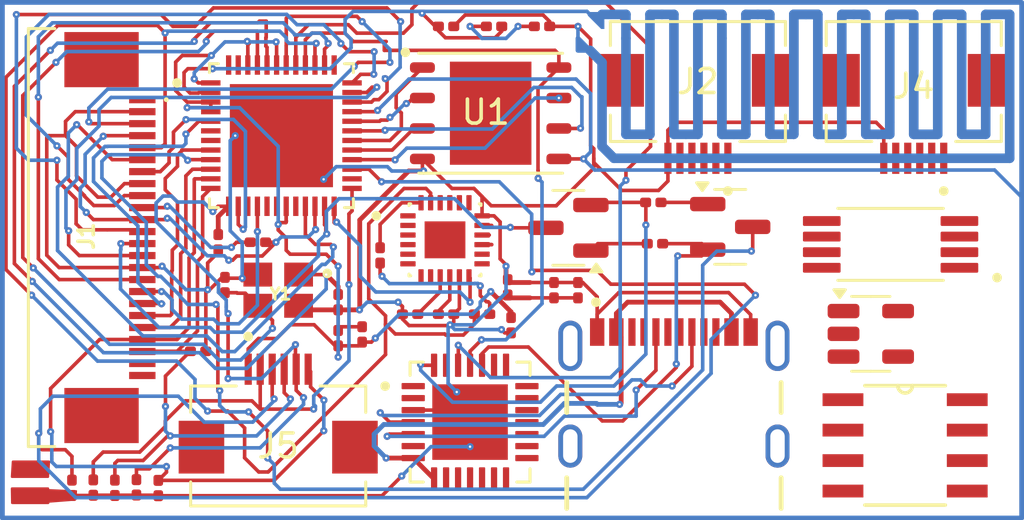
<source format=kicad_pcb>
(kicad_pcb (version 20240108) (generator "pcbnew") (generator_version "8.0")
  (layers (0 "F.Cu" signal) (31 "B.Cu" signal) (34 "B.Paste" user) (35 "F.Paste" user) (36 "B.SilkS" user "B.Silkscreen") (37 "F.SilkS" user "F.Silkscreen") (38 "B.Mask" user) (39 "F.Mask" user) (44 "Edge.Cuts" user))
  (net 0 "")
  (net 1 "Net-(U1-DO(IO1))")
  (net 3 "Net-(U1-DI(IO0))")
  (net 4 "Net-(U1-~{CS})")
  (net 5 "Net-(U1-~{WP}(IO2))")
  (net 6 "Net-(U1-CLK)")
  (net 7 "GND")
  (net 8 "Net-(U1-~{HOLD}{slash}RESET(IO3))")
  (net 9 "Net-(J3-DP2)")
  (net 11 "/D7{slash}GPIO_19")
  (net 13 "Net-(J3-DN2)")
  (net 20 "Net-(U3-SENSOR_VN)")
  (net 21 "Net-(U3-GPIO21)")
  (net 22 "/PCLK{slash}GPIO_27")
  (net 23 "/RESET{slash}MTDO{slash}GPIO 15")
  (net 24 "/D8{slash}GPIO_18")
  (net 26 "Net-(U3-GPIO5)")
  (net 28 "/VS{slash}GPIO_25")
  (net 29 "Net-(U3-VDET_1)")
  (net 31 "Net-(U3-SENSOR_VP)")
  (net 33 "/HS{slash}GPIO_23")
  (net 34 "Net-(U3-XTAL_P)")
  (net 35 "Net-(U3-XTAL_N)")
  (net 38 "Net-(U4-REGIN)")
  (net 39 "/PROG_RXD")
  (net 41 "/PROG_TXD")
  (net 44 "Net-(C12-Pad1)")
  (net 53 "Net-(U2-REGOUT)")
  (net 61 "unconnected-(U2-NC-Pad16)")
  (net 62 "Net-(U2-AD0{slash}SDO)")
  (net 66 "unconnected-(U2-NC-Pad17)")
  (net 68 "unconnected-(U2-NC-Pad15)")
  (net 72 "/VCC3.3V")
  (net 73 "/ANTENNA")
  (net 75 "/VDD 3.3V POWER")
  (net 78 "Net-(J1-Pad10)")
  (net 80 "/GPIO00")
  (net 105 "Net-(Q1-E)")
  (net 107 "Net-(Q1-B)")
  (net 113 "Net-(Q2-B)")
  (net 114 "/EN{slash}CHIP_PU")
  (net 115 "Net-(Q2-E)")
  (net 116 "/VDD33")
  (net 117 "/SCL{slash}GPIO_22")
  (net 118 "/INT{slash}GPIO_4")
  (net 119 "/SDA{slash}GPIO_21")
  (net 135 "/Button_3")
  (net 136 "/Button_4")
  (net 137 "/Button_5")
  (net 139 "/Button_1")
  (net 140 "/Button_2")
  (footprint "Resistor_SMD:R_0201_0603Metric" (layer "F.Cu") (at 83 43.25 90)
    (property "Reference" "R10" (hide yes))
    (property "Value" "10K" (hide yes))
  )
  (footprint "Capacitor_SMD:C_0201_0603Metric" (layer "F.Cu") (at 100.5 35 90)
    (property "Reference" "C6" (hide yes))
    (property "Value" "0.1uF" (hide yes))
  )
  (footprint "Package_TO_SOT_SMD:SOT-23" (layer "F.Cu") (at 100.1 32.4 180)
    (property "Reference" "Q1" (hide yes))
    (property "Value" "BC817" (hide yes))
  )
  (footprint "TF31-6S-0.5SH_800-6-pins:TF31-6S-0.5SH_800-6-pins" (layer "F.Cu") (at 88 41.495 180)
    (property "Reference" "J5")
    (property "Value" "TF31-6S-0.5SH_800_" (hide yes))
  )
  (footprint "Capacitor_SMD:C_0201_0603Metric" (layer "F.Cu") (at 97.57 34.88 90)
    (property "Reference" "C8" (hide yes))
    (property "Value" "0.1uF" (hide yes))
  )
  (footprint "Resistor_SMD:R_0201_0603Metric" (layer "F.Cu") (at 79.4 43.24 90)
    (property "Reference" "R7" (hide yes))
    (property "Value" "10K" (hide yes))
  )
  (footprint "Resistor_SMD:R_0201_0603Metric" (layer "F.Cu") (at 103.71 33.06)
    (property "Reference" "R5" (hide yes))
    (property "Value" "10K" (hide yes))
  )
  (footprint "Inductor_SMD:L_0201_0603Metric" (layer "F.Cu") (at 95 24)
    (property "Reference" "L1" (hide yes))
    (property "Value" "1.6nH" (hide yes))
  )
  (footprint "Capacitor_SMD:C_0201_0603Metric" (layer "F.Cu") (at 90.5 35.5 -90)
    (property "Reference" "C2" (hide yes))
    (property "Value" "15pf" (hide yes))
  )
  (footprint "Capacitor_SMD:C_0201_0603Metric" (layer "F.Cu") (at 85.5 33 -90)
    (property "Reference" "C4" (hide yes))
    (property "Value" "12pf" (hide yes))
  )
  (footprint "Package_TO_SOT_SMD:SOT-23" (layer "F.Cu") (at 106.8475 32.36)
    (property "Reference" "Q2" (hide yes))
    (property "Value" "BC817" (hide yes))
  )
  (footprint "Resistor_SMD:R_0201_0603Metric" (layer "F.Cu") (at 80.29 43.23 90)
    (property "Reference" "R9" (hide yes))
    (property "Value" "10K" (hide yes))
  )
  (footprint "LM358PW-Amplifier:LM358PW-Amplifier" (layer "F.Cu") (at 113.535 33.09 180)
    (property "Reference" "U6" (hide yes))
    (property "Value" "LM358PW" (hide yes))
  )
  (footprint "ESP32-D0WDQ6:ESP32-D0WDQ6" (layer "F.Cu") (at 88.133568 28.556432)
    (property "Reference" "U3" (hide yes))
    (property "Value" "ESP32-D0WDQ6" (hide yes))
  )
  (footprint "Capacitor_SMD:C_0201_0603Metric" (layer "F.Cu") (at 90.5 37 90)
    (property "Reference" "C10" (hide yes))
    (property "Value" "0.1uF" (hide yes))
  )
  (footprint "Capacitor_SMD:C_0201_0603Metric" (layer "F.Cu") (at 99 24)
    (property "Reference" "C13" (hide yes))
    (property "Value" "6.8pF" (hide yes))
  )
  (footprint "Capacitor_SMD:C_0201_0603Metric" (layer "F.Cu") (at 99.5 35 90)
    (property "Reference" "C5" (hide yes))
    (property "Value" "10uF" (hide yes))
  )
  (footprint "Capacitor_SMD:C_0201_0603Metric" (layer "F.Cu") (at 95 36)
    (property "Reference" "C11" (hide yes))
    (property "Value" "0.1uF" (hide yes))
  )
  (footprint "Capacitor_SMD:C_0201_0603Metric" (layer "F.Cu") (at 97.71 36.46 -90)
    (property "Reference" "C7" (hide yes))
    (property "Value" "100pF" (hide yes))
  )
  (footprint "CP2102_USB-to-Serial:CP2102_USB-to-Serial" (layer "F.Cu") (at 96 40.5)
    (property "Reference" "U4" (hide yes))
    (property "Value" "CP2102" (hide yes))
  )
  (footprint "Capacitor_SMD:C_0201_0603Metric" (layer "F.Cu") (at 97 24)
    (property "Reference" "C12" (hide yes))
    (property "Value" "6.8pF" (hide yes))
  )
  (footprint "Package_TO_SOT_SMD:SOT-23-5" (layer "F.Cu") (at 112.71 36.82)
    (property "Reference" "U5" (hide yes))
    (property "Value" "TC2014-3.3VxCTTR" (hide yes))
  )
  (footprint "TF31-6S-0.5SH_800-6-pins:TF31-6S-0.5SH_800-6-pins" (layer "F.Cu") (at 114.5 26.3)
    (property "Reference" "J4")
    (property "Value" "TF31-6S-0.5SH_800_" (hide yes))
  )
  (footprint "Resistor_SMD:R_0201_0603Metric" (layer "F.Cu") (at 92.25 33.55 -90)
    (property "Reference" "R1" (hide yes))
    (property "Value" "4.7K" (hide yes))
  )
  (footprint "Resistor_SMD:R_0201_0603Metric" (layer "F.Cu") (at 81.19 43.24 90)
    (property "Reference" "R8" (hide yes))
    (property "Value" "10K" (hide yes))
  )
  (footprint "Capacitor_SMD:C_0201_0603Metric" (layer "F.Cu") (at 85.78 34.785 90)
    (property "Reference" "C1" (hide yes))
    (property "Value" "15pf" (hide yes))
  )
  (footprint "Resistor_SMD:R_0201_0603Metric" (layer "F.Cu") (at 96.5 36)
    (property "Reference" "R2" (hide yes))
    (property "Value" "4.7K" (hide yes))
  )
  (footprint "Capacitor_SMD:C_0201_0603Metric" (layer "F.Cu") (at 84.66 37.55)
    (property "Reference" "C3" (hide yes))
    (property "Value" "12pf" (hide yes))
  )
  (footprint "W25Q32:W25Q32JVZPIQ" (layer "F.Cu") (at 96.858568 27.621432)
    (property "Reference" "U1")
    (property "Value" "W25Q32JVZPIQ" (hide yes))
  )
  (footprint "Resistor_SMD:R_0201_0603Metric" (layer "F.Cu") (at 103.64 31.34 180)
    (property "Reference" "R6" (hide yes))
    (property "Value" "10K" (hide yes))
  )
  (footprint "40 MHz_±10ppm_Crystal_10pF_40_Ohms_4-SMD:ECS-400-10-36-CKY-TR" (layer "F.Cu") (at 88 35 180)
    (property "Reference" "Y1")
    (property "Value" "ECS-400-10-36-CKY-TR" (hide yes))
  )
  (footprint "2-1734839-4 pin-24:2-1734839-4 pin-24" (layer "F.Cu") (at 80.633568 32.806432 -90)
    (property "Reference" "J1")
    (property "Value" "2-1734839-4" (hide yes))
  )
  (footprint "USB4105-GF-A TYPE C:USB4105-GF-A TYPE C" (layer "F.Cu") (at 104.5 41.5)
    (property "Reference" "J3" (hide yes))
    (property "Value" "USB4105-GF-A" (hide yes))
  )
  (footprint "TF31-6S-0.5SH_800-6-pins:TF31-6S-0.5SH_800-6-pins" (layer "F.Cu") (at 105.5 26.3)
    (property "Reference" "J2")
    (property "Value" "TF31-6S-0.5SH_800_" (hide yes))
  )
  (footprint "Capacitor_SMD:C_0201_0603Metric" (layer "F.Cu") (at 91.5 36.845 90)
    (property "Reference" "C9" (hide yes))
    (property "Value" "0.1uF" (hide yes))
  )
  (footprint "TDA7052AT_N2-Amplifier:TDA7052AT_N2-Amplifier" (layer "F.Cu") (at 114.14 41.47)
    (property "Reference" "U7" (hide yes))
    (property "Value" "TDA7052AT_N2" (hide yes))
  )
  (footprint "Resistor_SMD:R_0201_0603Metric" (layer "F.Cu") (at 93.5 36 180)
    (property "Reference" "R3" (hide yes))
    (property "Value" "4.7K" (hide yes))
  )
  (footprint "MPU-9250 SENSOR:MPU-9250 SENSOR" (layer "F.Cu") (at 94.955 32.9)
    (property "Reference" "U2" (hide yes))
    (property "Value" "MPU-9250" (hide yes))
  )
  (footprint "Resistor_SMD:R_0201_0603Metric" (layer "F.Cu") (at 87.155 33)
    (property "Reference" "R4" (hide yes))
    (property "Value" "10K" (hide yes))
  )
  (footprint "Resistor_SMD:R_0201_0603Metric" (layer "F.Cu") (at 82.09 43.22 90)
    (property "Reference" "R11" (hide yes))
    (property "Value" "10K" (hide yes))
  )
  (gr_poly (pts (xy 76.94 42.15) (xy 76.9 42.78) (xy 78.4 42.78) (xy 78.44 42.15)) (stroke (width 0.1)) (fill solid) (layer "F.Cu"))
  (gr_poly (pts (xy 76.9 43.27) (xy 76.91 43.87) (xy 78.41 43.87) (xy 78.4 43.27)) (stroke (width 0.1)) (fill solid) (layer "F.Cu"))
  (gr_poly (pts (xy 78.155425 43.38) (xy 79.51 43.44) (xy 79.49 43.68) (xy 78.095425 43.789809) (xy 78.125425 43.389809) (xy 78.145425 43.429809) (xy 78.205425 43.409809) (xy 78.175425 43.409809)) (stroke (width 0.2)) (fill solid) (layer "F.Cu") (net 140))
  (gr_poly (pts (xy 101 23.5) (xy 101.5 24) (xy 101.5 23.5)) (stroke (width 0.2)) (fill solid) (layer "B.Cu") (net 73))
  (gr_poly (pts (xy 101 25) (xy 100.5 24.5) (xy 100.5 25)) (stroke (width 0.2)) (fill solid) (layer "B.Cu") (net 73))
  (gr_rect (start 76.5 23) (end 119 44.5) (stroke (width 0.2)) (fill none) (layer "B.Cu") (net 3))
  (segment (start 93.623568 26.986432) (end 94.013568 26.986432) (width 0.15) (layer "F.Cu") (net 1))
  (segment (start 93.293568 27.206432) (end 93.333568 27.206432) (width 0.15) (layer "F.Cu") (net 1))
  (segment (start 92.278737 27.907353) (end 92.548455 27.907353) (width 0.15) (layer "F.Cu") (net 1))
  (segment (start 91.078568 27.956432) (end 92.229658 27.956432) (width 0.15) (layer "F.Cu") (net 1))
  (segment (start 93.343568 27.216432) (end 93.353568 27.206432) (width 0.15) (layer "F.Cu") (net 1))
  (segment (start 93.333568 27.206432) (end 93.343568 27.216432) (width 0.15) (layer "F.Cu") (net 1))
  (segment (start 93.403568 27.206432) (end 93.623568 26.986432) (width 0.15) (layer "F.Cu") (net 1))
  (segment (start 92.66224 27.793568) (end 92.633568 27.793568) (width 0.15) (layer "F.Cu") (net 1))
  (segment (start 93.353568 27.206432) (end 93.403568 27.206432) (width 0.15) (layer "F.Cu") (net 1))
  (segment (start 92.548455 27.907353) (end 92.66224 27.793568) (width 0.15) (layer "F.Cu") (net 1))
  (segment (start 92.229658 27.956432) (end 92.278737 27.907353) (width 0.15) (layer "F.Cu") (net 1))
  (via (at 92.66224 27.793568) (size 0.3) (drill 0.1) (layers "F.Cu" "B.Cu") (net 1))
  (via (at 93.343568 27.216432) (size 0.3) (drill 0.1) (layers "F.Cu" "B.Cu") (net 1))
  (segment (start 92.706432 27.793568) (end 93.293568 27.206432) (width 0.15) (layer "B.Cu") (net 1))
  (segment (start 92.66224 27.793568) (end 92.706432 27.793568) (width 0.15) (layer "B.Cu") (net 1))
  (segment (start 92.091493 27.556432) (end 91.078568 27.556432) (width 0.15) (layer "F.Cu") (net 3))
  (segment (start 92.143473 27.504452) (end 92.091493 27.556432) (width 0.15) (layer "F.Cu") (net 3))
  (segment (start 100.733568 29.526432) (end 99.703568 29.526432) (width 0.15) (layer "F.Cu") (net 3))
  (via (at 92.143473 27.504452) (size 0.3) (drill 0.1) (layers "F.Cu" "B.Cu") (net 3))
  (via (at 100.733568 29.526432) (size 0.3) (drill 0.1) (layers "F.Cu" "B.Cu") (net 3))
  (segment (start 117.87 29.99) (end 119 31.12) (width 0.15) (layer "B.Cu") (net 3))
  (segment (start 101.028568 29.231432) (end 101.028568 26.806457) (width 0.15) (layer "B.Cu") (net 3))
  (segment (start 119 31.12) (end 119 44.5) (width 0.15) (layer "B.Cu") (net 3))
  (segment (start 104.38 23) (end 119 23) (width 0.15) (layer "B.Cu") (net 3))
  (segment (start 101.197136 29.99) (end 117.87 29.99) (width 0.15) (layer "B.Cu") (net 3))
  (segment (start 93.451493 26.196432) (end 92.143473 27.504452) (width 0.15) (layer "B.Cu") (net 3))
  (segment (start 100.418543 26.196432) (end 93.451493 26.196432) (width 0.15) (layer "B.Cu") (net 3))
  (segment (start 100.733568 29.526432) (end 101.197136 29.99) (width 0.15) (layer "B.Cu") (net 3))
  (segment (start 100.733568 29.526432) (end 101.028568 29.231432) (width 0.15) (layer "B.Cu") (net 3))
  (segment (start 101.028568 26.806457) (end 100.418543 26.196432) (width 0.15) (layer "B.Cu") (net 3))
  (segment (start 93.133568 28.281458) (end 93.133568 27.607473) (width 0.15) (layer "F.Cu") (net 4))
  (segment (start 91.078568 28.756432) (end 92.658594 28.756432) (width 0.15) (layer "F.Cu") (net 4))
  (segment (start 92.918568 27.392473) (end 92.918568 26.811432) (width 0.15) (layer "F.Cu") (net 4))
  (segment (start 92.658594 28.756432) (end 93.133568 28.281458) (width 0.15) (layer "F.Cu") (net 4))
  (segment (start 92.918568 26.811432) (end 94.013568 25.716432) (width 0.15) (layer "F.Cu") (net 4))
  (segment (start 93.133568 27.607473) (end 92.918568 27.392473) (width 0.15) (layer "F.Cu") (net 4))
  (segment (start 92.753568 29.156432) (end 93.653568 28.256432) (width 0.15) (layer "F.Cu") (net 5))
  (segment (start 91.078568 29.156432) (end 92.753568 29.156432) (width 0.15) (layer "F.Cu") (net 5))
  (segment (start 93.653568 28.256432) (end 94.013568 28.256432) (width 0.15) (layer "F.Cu") (net 5))
  (segment (start 92.454778 28.332353) (end 92.430699 28.356432) (width 0.15) (layer "F.Cu") (net 6))
  (segment (start 99.703568 28.256432) (end 100.593568 28.256432) (width 0.15) (layer "F.Cu") (net 6))
  (segment (start 100.593568 28.256432) (end 100.603568 28.246432) (width 0.15) (layer "F.Cu") (net 6))
  (segment (start 92.430699 28.356432) (end 91.078568 28.356432) (width 0.15) (layer "F.Cu") (net 6))
  (via (at 92.454778 28.332353) (size 0.3) (drill 0.1) (layers "F.Cu" "B.Cu") (net 6))
  (via (at 100.603568 28.246432) (size 0.3) (drill 0.1) (layers "F.Cu" "B.Cu") (net 6))
  (segment (start 100.233568 26.546432) (end 100.623568 26.936432) (width 0.15) (layer "B.Cu") (net 6))
  (segment (start 92.454778 28.332353) (end 92.508855 28.278276) (width 0.15) (layer "B.Cu") (net 6))
  (segment (start 92.508855 28.278276) (end 96.92675 28.278276) (width 0.15) (layer "B.Cu") (net 6))
  (segment (start 100.623568 26.936432) (end 100.663568 26.936432) (width 0.15) (layer "B.Cu") (net 6))
  (segment (start 98.658594 26.546432) (end 100.233568 26.546432) (width 0.15) (layer "B.Cu") (net 6))
  (segment (start 96.92675 28.278276) (end 98.658594 26.546432) (width 0.15) (layer "B.Cu") (net 6))
  (segment (start 100.663568 28.186432) (end 100.603568 28.246432) (width 0.15) (layer "B.Cu") (net 6))
  (segment (start 100.663568 26.936432) (end 100.663568 28.186432) (width 0.15) (layer "B.Cu") (net 6))
  (segment (start 97.5 34) (end 97.5 34.68) (width 0.2) (layer "F.Cu") (net 7))
  (segment (start 95.32 36) (end 95.32 36.32) (width 0.15) (layer "F.Cu") (net 7))
  (segment (start 93.444695 30.03) (end 91.4 32.074695) (width 0.2) (layer "F.Cu") (net 7))
  (segment (start 96.163564 30.76) (end 96.883564 31.48) (width 0.15) (layer "F.Cu") (net 7))
  (segment (start 85.141898 34.98) (end 85.656898 34.465) (width 0.15) (layer "F.Cu") (net 7))
  (segment (start 91.4 32.074695) (end 91.4 35.81) (width 0.2) (layer "F.Cu") (net 7))
  (segment (start 100.5 34.68) (end 99.5 34.68) (width 0.15) (layer "F.Cu") (net 7))
  (segment (start 97.5 33.94) (end 97.253564 33.693564) (width 0.15) (layer "F.Cu") (net 7))
  (segment (start 82.333568 34.056432) (end 78.864322 34.056432) (width 0.15) (layer "F.Cu") (net 7))
  (segment (start 101.028568 24.528568) (end 101.028568 28.971432) (width 0.15) (layer "F.Cu") (net 7))
  (segment (start 85.5 33.423217) (end 85.5 33.32) (width 0.15) (layer "F.Cu") (net 7))
  (segment (start 95.32 24) (end 95.795 23.525) (width 0.15) (layer "F.Cu") (net 7))
  (segment (start 96.998539 31.9) (end 96.5 31.9) (width 0.15) (layer "F.Cu") (net 7))
  (segment (start 104.25 30.45) (end 104.25 28.33) (width 0.15) (layer "F.Cu") (net 7))
  (segment (start 101.028568 28.971432) (end 101.158568 29.101432) (width 0.15) (layer "F.Cu") (net 7))
  (segment (start 95.247136 30.76) (end 94.013568 29.526432) (width 0.15) (layer "F.Cu") (net 7))
  (segment (start 101.3 36) (end 101.3 36.745) (width 0.15) (layer "F.Cu") (net 7))
  (segment (start 80.28 43.56) (end 80.29 43.55) (width 0.15) (layer "F.Cu") (net 7))
  (segment (start 101.158568 29.49) (end 101.158568 29.702473) (width 0.15) (layer "F.Cu") (net 7))
  (segment (start 95.555 35.765) (end 95.32 36) (width 0.15) (layer "F.Cu") (net 7))
  (segment (start 85.058568 33.864649) (end 85.5 33.423217) (width 0.15) (layer "F.Cu") (net 7))
  (segment (start 96.5 31.096436) (end 96.163564 30.76) (width 0.15) (layer "F.Cu") (net 7))
  (segment (start 96.163564 30.76) (end 95.247136 30.76) (width 0.15) (layer "F.Cu") (net 7))
  (segment (start 85.058568 34.98) (end 85.058568 33.864649) (width 0.15) (layer "F.Cu") (net 7))
  (segment (start 103.86 30.84) (end 104.25 30.45) (width 0.15) (layer "F.Cu") (net 7))
  (segment (start 79.591207 30.231259) (end 79.591207 29.014071) (width 0.15) (layer "F.Cu") (net 7))
  (segment (start 79.538568 27.556432) (end 79.133568 27.961432) (width 0.15) (layer "F.Cu") (net 7))
  (segment (start 93.63 40) (end 95.5 40) (width 0.15) (layer "F.Cu") (net 7))
  (segment (start 82.333568 30.556432) (end 81.588594 30.556432) (width 0.15) (layer "F.Cu") (net 7))
  (segment (start 78.864322 34.056432) (end 78.35 33.54211) (width 0.15) (layer "F.Cu") (net 7))
  (segment (start 100.5 24) (end 101.028568 24.528568) (width 0.15) (layer "F.Cu") (net 7))
  (segment (start 99.32 24) (end 100.5 24) (width 0.15) (layer "F.Cu") (net 7))
  (segment (start 90.5 35.82) (end 90.5 36.68) (width 0.15) (layer "F.Cu") (net 7))
  (segment (start 97.447733 36.78) (end 97.31 36.642267) (width 0.15) (layer "F.Cu") (net 7))
  (segment (start 95.555 34.445) (end 95.555 35.765) (width 0.15) (layer "F.Cu") (net 7))
  (segment (start 81.588594 30.556432) (end 81.025026 31.12) (width 0.15) (layer "F.Cu") (net 7))
  (segment (start 89.02 35.82) (end 88.85 35.65) (width 0.2) (layer "F.Cu") (net 7))
  (segment (start 90.5 35.82) (end 89.02 35.82) (width 0.2) (layer "F.Cu") (net 7))
  (segment (start 85.815 34.5) (end 85.78 34.465) (width 0.15) (layer "F.Cu") (net 7))
  (segment (start 93.18 36) (end 93.18 35.68) (width 0.15) (layer "F.Cu") (net 7))
  (segment (start 90.655 36.525) (end 90.5 36.68) (width 0.15) (layer "F.Cu") (net 7))
  (segment (start 83.102136 34.056432) (end 83.158568 34) (width 0.15) (layer "F.Cu") (net 7))
  (segment (start 102.2 35.1) (end 101.3 36) (width 0.15) (layer "F.Cu") (net 7))
  (segment (start 107.7 36.745) (end 107.7 36.02) (width 0.15) (layer "F.Cu") (net 7))
  (segment (start 104.25 28.33) (end 104.58 28) (width 0.15) (layer "F.Cu") (net 7))
  (segment (start 85.656898 34.465) (end 85.78 34.465) (width 0.15) (layer "F.Cu") (net 7))
  (segment (start 91.5 36.525) (end 90.655 36.525) (width 0.15) (layer "F.Cu") (net 7))
  (segment (start 85.058568 34.98) (end 84.983568 35.055) (width 0.15) (layer "F.Cu") (net 7))
  (segment (start 101.158568 29.101432) (end 101.158568 29.49) (width 0.15) (layer "F.Cu") (net 7))
  (segment (start 102.323959 30.84) (end 103.86 30.84) (width 0.15) (layer "F.Cu") (net 7))
  (segment (start 91.39 35.82) (end 90.5 35.82) (width 0.2) (layer "F.Cu") (net 7))
  (segment (start 79.133568 27.961432) (end 79.133568 28.556432) (width 0.15) (layer "F.Cu") (net 7))
  (segment (start 96.5 31.9) (end 96.5 31.096436) (width 0.15) (layer "F.Cu") (net 7))
  (segment (start 94.06 30.03) (end 93.444695 30.03) (width 0.2) (layer "F.Cu") (net 7))
  (segment (start 99.044999 23.525) (end 99.32 23.800001) (width 0.15) (layer "F.Cu") (net 7))
  (segment (start 94.06 30.03) (end 94.013568 29.983568) (width 0.15) (layer "F.Cu") (net 7))
  (segment (start 101.158568 29.911432) (end 101.158568 29.49) (width 0.15) (layer "F.Cu") (net 7))
  (segment (start 99.59 31.48) (end 101.158568 29.911432) (width 0.15) (layer "F.Cu") (net 7))
  (segment (start 93.455001 36.475) (end 93.18 36.199999) (width 0.15) (layer "F.Cu") (net 7))
  (segment (start 83 43.57) (end 92.33 43.57) (width 0.15) (layer "F.Cu") (net 7))
  (segment (start 82.98 43.55) (end 83 43.57) (width 0.15) (layer "F.Cu") (net 7))
  (segment (start 107.7 36.02) (end 106.78 35.1) (width 0.15) (layer "F.Cu") (net 7))
  (segment (start 95.165 36.475) (end 95.165 36.445) (width 0.15) (layer "F.Cu") (net 7))
  (segment (start 93.18 35.68) (end 93 35.5) (width 0.15) (layer "F.Cu") (net 7))
  (segment (start 95.795 23.525) (end 99.044999 23.525) (width 0.15) (layer "F.Cu") (net 7))
  (segment (start 101.158568 29.674609) (end 102.323959 30.84) (width 0.15) (layer "F.Cu") (net 7))
  (segment (start 80.29 43.55) (end 82.98 43.55) (width 0.15) (layer "F.Cu") (net 7))
  (segment (start 96.883564 31.48) (end 99.59 31.48) (width 0.15) (layer "F.Cu") (net 7))
  (segment (start 97.5 34) (end 97.5 33.94) (width 0.15) (layer "F.Cu") (net 7))
  (segment (start 100.699999 34.68) (end 100.5 34.68) (width 0.15) (layer "F.Cu") (net 7))
  (segment (start 104.58 28) (end 112.93 28) (width 0.15) (layer "F.Cu") (net 7))
  (segment (start 99.32 23.800001) (end 99.32 24) (width 0.15) (layer "F.Cu") (net 7))
  (segment (start 78.433568 28.556432) (end 79.133568 28.556432) (width 0.15) (layer "F.Cu") (net 7))
  (segment (start 80.479948 31.12) (end 79.591207 30.231259) (width 0.15) (layer "F.Cu") (net 7))
  (segment (start 93.18 36.199999) (end 93.18 36) (width 0.15) (layer "F.Cu") (net 7))
  (segment (start 82.333568 34.056432) (end 83.102136 34.056432) (width 0.15) (layer "F.Cu") (net 7))
  (segment (start 92.33 43.57) (end 93.15 42.75) (width 0.15) (layer "F.Cu") (net 7))
  (segment (start 101.158568 29.49) (end 101.158568 29.674609) (width 0.15) (layer "F.Cu") (net 7))
  (segment (start 95.165 36.475) (end 93.455001 36.475) (width 0.15) (layer "F.Cu") (net 7))
  (segment (start 97.5 34.68) (end 98.5 34.68) (width 0.2) (layer "F.Cu") (net 7))
  (segment (start 78.35 33.54211) (end 78.35 28.64) (width 0.15) (layer "F.Cu") (net 7))
  (segment (start 84.983568 37.546432) (end 84.98 37.55) (width 0.15) (layer "F.Cu") (net 7))
  (segment (start 81.025026 31.12) (end 80.479948 31.12) (width 0.15) (layer "F.Cu") (net 7))
  (segment (start 112.93 28) (end 113.25 28.32) (width 0.15) (layer "F.Cu") (net 7))
  (segment (start 79.4 43.56) (end 80.28 43.56) (width 0.15) (layer "F.Cu") (net 7))
  (segment (start 113.25 28.32) (end 113.25 29.5) (width 0.15) (layer "F.Cu") (net 7))
  (segment (start 78.35 28.64) (end 78.433568 28.556432) (width 0.15) (layer "F.Cu") (net 7))
  (segment (start 94.013568 29.983568) (end 94.013568 29.526432) (width 0.15) (layer "F.Cu") (net 7))
  (segment (start 95.32 36.32) (end 95.165 36.475) (width 0.15) (layer "F.Cu") (net 7))
  (segment (start 82.333568 27.556432) (end 79.538568 27.556432) (width 0.15) (layer "F.Cu") (net 7))
  (segment (start 97.253564 32.155025) (end 96.998539 31.9) (width 0.15) (layer "F.Cu") (net 7))
  (segment (start 99.5 34.68) (end 98.5 34.68) (width 0.15) (layer "F.Cu") (net 7))
  (segment (start 86.5 34.5) (end 85.815 34.5) (width 0.15) (layer "F.Cu") (net 7))
  (segment (start 101.3 35.280001) (end 100.699999 34.68) (width 0.15) (layer "F.Cu") (net 7))
  (segment (start 97.253564 33.693564) (end 97.253564 32.155025) (width 0.15) (layer "F.Cu") (net 7))
  (segment (start 79.591207 29.014071) (end 79.133568 28.556432) (width 0.15) (layer "F.Cu") (net 7))
  (segment (start 86.5 34.5) (end 86.5 34.601041) (width 0.15) (layer "F.Cu") (net 7))
  (segment (start 84.983568 35.055) (end 84.983568 37.546432) (width 0.15) (layer "F.Cu") (net 7))
  (segment (start 85.058568 34.98) (end 85.141898 34.98) (width 0.15) (layer "F.Cu") (net 7))
  (segment (start 106.78 35.1) (end 102.2 35.1) (width 0.15) (layer "F.Cu") (net 7))
  (segment (start 91.4 35.81) (end 91.39 35.82) (width 0.2) (layer "F.Cu") (net 7))
  (segment (start 97.71 36.78) (end 97.447733 36.78) (width 0.15) (layer "F.Cu") (net 7))
  (segment (start 101.3 36.745) (end 101.3 35.280001) (width 0.15) (layer "F.Cu") (net 7))
  (segment (start 95.5 40) (end 96 40.5) (width 0.15) (layer "F.Cu") (net 7))
  (via (at 97.31 36.642267) (size 0.3) (drill 0.1) (layers "F.Cu" "B.Cu") (net 7))
  (via (at 93.15 42.75) (size 0.3) (drill 0.1) (layers "F.Cu" "B.Cu") (net 7))
  (via (at 95.165 36.445) (size 0.3) (drill 0.1) (layers "F.Cu" "B.Cu") (net 7))
  (via (at 96 41.525) (size 0.3) (drill 0.1) (layers "F.Cu" "B.Cu") (net 7))
  (via (at 100.5 24) (size 0.3) (drill 0.1) (layers "F.Cu" "B.Cu") (net 7))
  (via (at 89.893568 30.376432) (size 0.3) (drill 0.1) (layers "F.Cu" "B.Cu") (net 7))
  (via (at 83.158568 34) (size 0.3) (drill 0.1) (layers "F.Cu" "B.Cu") (net 7))
  (via (at 86.5 34.5) (size 0.3) (drill 0.1) (layers "F.Cu" "B.Cu") (net 7))
  (via (at 85.058568 34.98) (size 0.3) (drill 0.1) (layers "F.Cu" "B.Cu") (net 7))
  (via (at 94.06 30.03) (size 0.3) (drill 0.1) (layers "F.Cu" "B.Cu") (net 7))
  (via (at 91.39 35.82) (size 0.3) (drill 0.1) (layers "F.Cu" "B.Cu") (net 7))
  (via (at 93 35.5) (size 0.3) (drill 0.1) (layers "F.Cu" "B.Cu") (net 7))
  (via (at 86.208568 28.556432) (size 0.3) (drill 0.1) (layers "F.Cu" "B.Cu") (net 7))
  (via (at 97.5 34) (size 0.3) (drill 0.1) (layers "F.Cu" "B.Cu") (net 7))
  (via (at 95.445 39.245) (size 0.3) (drill 0.1) (layers "F.Cu" "B.Cu") (net 7))
  (segment (start 86.5 34.5) (end 86.5 33) (width 0.15) (layer "B.Cu") (net 7))
  (segment (start 95.362267 36.642267) (end 95.165 36.445) (width 0.15) (layer "B.Cu") (net 7))
  (segment (start 96.151015 36.445) (end 95.165 36.445) (width 0.15) (layer "B.Cu") (net 7))
  (segment (start 97.5 35.04) (end 97.53 35.07) (width 0.15) (layer "B.Cu") (net 7))
  (segment (start 100.5 24.5) (end 100.664124 24.664124) (width 0.15) (layer "B.Cu") (net 7))
  (segment (start 97.5 34) (end 97.5 35.04) (width 0.15) (layer "B.Cu") (net 7))
  (segment (start 93.15 42.75) (end 94.375 41.525) (width 0.15) (layer "B.Cu") (net 7))
  (segment (start 94.375 41.525) (end 96 41.525) (width 0.15) (layer "B.Cu") (net 7))
  (segment (start 97.101067 35.498933) (end 97.097082 35.498933) (width 0.15) (layer "B.Cu") (net 7))
  (segment (start 94.06 30.03) (end 92.736095 30.03) (width 0.15) (layer "B.Cu") (net 7))
  (segment (start 92.736095 30.03) (end 92.556095 29.85) (width 0.15) (layer "B.Cu") (net 7))
  (segment (start 86 32.523905) (end 86 28.765) (width 0.15) (layer "B.Cu") (net 7))
  (segment (start 97.31 36.642267) (end 95.362267 36.642267) (width 0.15) (layer "B.Cu") (net 7))
  (segment (start 86.457527 32.981432) (end 86 32.523905) (width 0.15) (layer "B.Cu") (net 7))
  (segment (start 86 28.765) (end 86.208568 28.556432) (width 0.15) (layer "B.Cu") (net 7))
  (segment (start 95.085 36.525) (end 95.165 36.445) (width 0.15) (layer "B.Cu") (net 7))
  (segment (start 100.5 24) (end 100.5 24.5) (width 0.15) (layer "B.Cu") (net 7))
  (segment (start 83.173151 34) (end 83.158568 34) (width 0.15) (layer "B.Cu") (net 7))
  (segment (start 84.153151 34.98) (end 83.173151 34) (width 0.15) (layer "B.Cu") (net 7))
  (segment (start 91.71 35.5) (end 93 35.5) (width 0.15) (layer "B.Cu") (net 7))
  (segment (start 86.5 33) (end 86.481432 32.981432) (width 0.15) (layer "B.Cu") (net 7))
  (segment (start 95.085 38.885) (end 95.085 36.525) (width 0.15) (layer "B.Cu") (net 7))
  (segment (start 90.42 29.85) (end 89.893568 30.376432) (width 0.15) (layer "B.Cu") (net 7))
  (segment (start 97.53 35.07) (end 97.101067 35.498933) (width 0.15) (layer "B.Cu") (net 7))
  (segment (start 92.556095 29.85) (end 90.42 29.85) (width 0.15) (layer "B.Cu") (net 7))
  (segment (start 85.058568 34.98) (end 84.153151 34.98) (width 0.15) (layer "B.Cu") (net 7))
  (segment (start 97.097082 35.498933) (end 96.151015 36.445) (width 0.15) (layer "B.Cu") (net 7))
  (segment (start 95.445 39.245) (end 95.085 38.885) (width 0.15) (layer "B.Cu") (net 7))
  (segment (start 86.481432 32.981432) (end 86.457527 32.981432) (width 0.15) (layer "B.Cu") (net 7))
  (segment (start 91.39 35.82) (end 91.71 35.5) (width 0.15) (layer "B.Cu") (net 7))
  (segment (start 92.863568 29.556432) (end 91.078568 29.556432) (width 0.15) (layer "F.Cu") (net 8))
  (segment (start 92.873568 29.566432) (end 92.863568 29.556432) (width 0.15) (layer "F.Cu") (net 8))
  (via (at 99.703568 26.986432) (size 0.3) (drill 0.1) (layers "F.Cu" "B.Cu") (net 8))
  (via (at 92.873568 29.566432) (size 0.3) (drill 0.1) (layers "F.Cu" "B.Cu") (net 8))
  (segment (start 92.873568 29.566432) (end 93.363568 29.076432) (width 0.15) (layer "B.Cu") (net 8))
  (segment (start 96.623568 29.076432) (end 98.713568 26.986432) (width 0.15) (layer "B.Cu") (net 8))
  (segment (start 98.713568 26.986432) (end 99.703568 26.986432) (width 0.15) (layer "B.Cu") (net 8))
  (segment (start 93.363568 29.076432) (end 96.623568 29.076432) (width 0.15) (layer "B.Cu") (net 8))
  (segment (start 104.426041 38.996041) (end 105.25 38.172082) (width 0.15) (layer "F.Cu") (net 9))
  (segment (start 105.25 38.172082) (end 105.25 36.745) (width 0.15) (layer "F.Cu") (net 9))
  (segment (start 92.255903 40.111405) (end 92.644498 40.5) (width 0.15) (layer "F.Cu") (net 9))
  (segment (start 92.644498 40.5) (end 93.63 40.5) (width 0.15) (layer "F.Cu") (net 9))
  (via (at 92.255903 40.111405) (size 0.3) (drill 0.1) (layers "F.Cu" "B.Cu") (net 9))
  (via (at 104.426041 38.996041) (size 0.3) (drill 0.1) (layers "F.Cu" "B.Cu") (net 9))
  (segment (start 102.144949 39.345) (end 99.778324 39.345) (width 0.15) (layer "B.Cu") (net 9))
  (segment (start 98.898324 40.225) (end 92.369498 40.225) (width 0.15) (layer "B.Cu") (net 9))
  (segment (start 92.369498 40.225) (end 92.255903 40.111405) (width 0.15) (layer "B.Cu") (net 9))
  (segment (start 102.749452 38.740497) (end 102.144949 39.345) (width 0.15) (layer "B.Cu") (net 9))
  (segment (start 104.426041 38.996041) (end 103.357079 38.996041) (width 0.15) (layer "B.Cu") (net 9))
  (segment (start 103.357079 38.996041) (end 103.101535 38.740497) (width 0.15) (layer "B.Cu") (net 9))
  (segment (start 103.101535 38.740497) (end 102.749452 38.740497) (width 0.15) (layer "B.Cu") (net 9))
  (segment (start 99.778324 39.345) (end 98.898324 40.225) (width 0.15) (layer "B.Cu") (net 9))
  (segment (start 90.083469 24.796531) (end 89.933568 24.946432) (width 0.15) (layer "F.Cu") (net 11))
  (segment (start 78 33.687084) (end 78.869348 34.556432) (width 0.15) (layer "F.Cu") (net 11))
  (segment (start 90.083469 24.709442) (end 90.083469 24.796531) (width 0.15) (layer "F.Cu") (net 11))
  (segment (start 89.933568 24.946432) (end 89.933568 25.611432) (width 0.15) (layer "F.Cu") (net 11))
  (segment (start 78 26.95) (end 78 33.687084) (width 0.15) (layer "F.Cu") (net 11))
  (segment (start 78.869348 34.556432) (end 82.333568 34.556432) (width 0.15) (layer "F.Cu") (net 11))
  (via (at 78 26.95) (size 0.3) (drill 0.1) (layers "F.Cu" "B.Cu") (net 11))
  (via (at 90.083469 24.709442) (size 0.3) (drill 0.1) (layers "F.Cu" "B.Cu") (net 11))
  (segment (start 89.759523 24.280465) (end 90.008482 24.529424) (width 0.15) (layer "B.Cu") (net 11))
  (segment (start 90.008482 24.634455) (end 90.083469 24.709442) (width 0.15) (layer "B.Cu") (net 11))
  (segment (start 88.209583 23.85) (end 88.686068 24.326485) (width 0.15) (layer "B.Cu") (net 11))
  (segment (start 78 26.95) (end 78 24.436927) (width 0.15) (layer "B.Cu") (net 11))
  (segment (start 89.407441 24.280465) (end 89.759523 24.280465) (width 0.15) (layer "B.Cu") (net 11))
  (segment (start 88.686068 24.355465) (end 89.332441 24.355465) (width 0.15) (layer "B.Cu") (net 11))
  (segment (start 78.586927 23.85) (end 88.209583 23.85) (width 0.15) (layer "B.Cu") (net 11))
  (segment (start 90.008482 24.529424) (end 90.008482 24.634455) (width 0.15) (layer "B.Cu") (net 11))
  (segment (start 88.686068 24.326485) (end 88.686068 24.355465) (width 0.15) (layer "B.Cu") (net 11))
  (segment (start 78 24.436927) (end 78.586927 23.85) (width 0.15) (layer "B.Cu") (net 11))
  (segment (start 89.332441 24.355465) (end 89.407441 24.280465) (width 0.15) (layer "B.Cu") (net 11))
  (segment (start 92.636398 41) (end 93.63 41) (width 0.15) (layer "F.Cu") (net 13))
  (segment (start 103.75 38.340991) (end 103.75 36.745) (width 0.15) (layer "F.Cu") (net 13))
  (segment (start 102.925494 39.165497) (end 103.75 38.340991) (width 0.15) (layer "F.Cu") (net 13))
  (segment (start 92.5432 41.093198) (end 92.636398 41) (width 0.15) (layer "F.Cu") (net 13))
  (via (at 102.925494 39.165497) (size 0.3) (drill 0.1) (layers "F.Cu" "B.Cu") (net 13))
  (via (at 92.5432 41.093198) (size 0.3) (drill 0.1) (layers "F.Cu" "B.Cu") (net 13))
  (segment (start 99.933462 40.250522) (end 99.090786 41.093198) (width 0.15) (layer "B.Cu") (net 13))
  (segment (start 99.090786 41.093198) (end 92.5432 41.093198) (width 0.15) (layer "B.Cu") (net 13))
  (segment (start 102.925494 40.250522) (end 99.933462 40.250522) (width 0.15) (layer "B.Cu") (net 13))
  (segment (start 102.925494 39.165497) (end 102.925494 40.250522) (width 0.15) (layer "B.Cu") (net 13))
  (segment (start 83.8 29.37256) (end 83.983568 29.188992) (width 0.15) (layer "F.Cu") (net 20))
  (segment (start 83.8 29.834974) (end 83.8 29.37256) (width 0.15) (layer "F.Cu") (net 20))
  (segment (start 83.558568 35.997864) (end 83.558568 34.201041) (width 0.15) (layer "F.Cu") (net 20))
  (segment (start 83.583568 33.331458) (end 83.8 33.115026) (width 0.15) (layer "F.Cu") (net 20))
  (segment (start 83.583568 34.176041) (end 83.583568 33.331458) (width 0.15) (layer "F.Cu") (net 20))
  (segment (start 83.29 30.813959) (end 83.29 30.344975) (width 0.15) (layer "F.Cu") (net 20))
  (segment (start 83.983568 29.156432) (end 85.188568 29.156432) (width 0.15) (layer "F.Cu") (net 20))
  (segment (start 82.333568 36.056432) (end 83.5 36.056432) (width 0.15) (layer "F.Cu") (net 20))
  (segment (start 83.558568 34.201041) (end 83.583568 34.176041) (width 0.15) (layer "F.Cu") (net 20))
  (segment (start 83.29 30.344975) (end 83.8 29.834974) (width 0.15) (layer "F.Cu") (net 20))
  (segment (start 83.8 33.115026) (end 83.8 31.323959) (width 0.15) (layer "F.Cu") (net 20))
  (segment (start 83.983568 29.188992) (end 83.983568 29.156432) (width 0.15) (layer "F.Cu") (net 20))
  (segment (start 83.5 36.056432) (end 83.558568 35.997864) (width 0.15) (layer "F.Cu") (net 20))
  (segment (start 83.8 31.323959) (end 83.29 30.813959) (width 0.15) (layer "F.Cu") (net 20))
  (segment (start 91.280465 23.580465) (end 88.419535 23.580465) (width 0.15) (layer "F.Cu") (net 21))
  (segment (start 91.5 23.8) (end 91.280465 23.580465) (width 0.15) (layer "F.Cu") (net 21))
  (segment (start 88.419535 23.580465) (end 88.336068 23.663932) (width 0.15) (layer "F.Cu") (net 21))
  (segment (start 80.179585 28.056432) (end 82.333568 28.056432) (width 0.15) (layer "F.Cu") (net 21))
  (segment (start 91.337689 25.5) (end 91.169779 25.66791) (width 0.15) (layer "F.Cu") (net 21))
  (segment (start 80.103876 27.980723) (end 80.179585 28.056432) (width 0.15) (layer "F.Cu") (net 21))
  (segment (start 88.336068 24.801041) (end 88.333568 24.803541) (width 0.15) (layer "F.Cu") (net 21))
  (segment (start 92.658796 25.5) (end 91.337689 25.5) (width 0.15) (layer "F.Cu") (net 21))
  (segment (start 88.333568 24.803541) (end 88.333568 25.611432) (width 0.15) (layer "F.Cu") (net 21))
  (segment (start 88.336068 23.663932) (end 88.336068 24.801041) (width 0.15) (layer "F.Cu") (net 21))
  (via (at 91.169779 25.66791) (size 0.3) (drill 0.1) (layers "F.Cu" "B.Cu") (net 21))
  (via (at 92.658796 25.5) (size 0.3) (drill 0.1) (layers "F.Cu" "B.Cu") (net 21))
  (via (at 91.5 23.8) (size 0.3) (drill 0.1) (layers "F.Cu" "B.Cu") (net 21))
  (via (at 80.103876 27.980723) (size 0.3) (drill 0.1) (layers "F.Cu" "B.Cu") (net 21))
  (segment (start 91.5 23.8) (end 92.658796 24.958796) (width 0.15) (layer "B.Cu") (net 21))
  (segment (start 80.890397 26.614629) (end 90.22306 26.614629) (width 0.15) (layer "B.Cu") (net 21))
  (segment (start 90.22306 26.614629) (end 91.169779 25.66791) (width 0.15) (layer "B.Cu") (net 21))
  (segment (start 80.103876 27.40115) (end 80.890397 26.614629) (width 0.15) (layer "B.Cu") (net 21))
  (segment (start 80.103876 27.980723) (end 80.103876 27.40115) (width 0.15) (layer "B.Cu") (net 21))
  (segment (start 92.658796 24.958796) (end 92.658796 25.5) (width 0.15) (layer "B.Cu") (net 21))
  (segment (start 83.133568 35.056432) (end 82.333568 35.056432) (width 0.15) (layer "F.Cu") (net 22))
  (segment (start 87.133568 31.501432) (end 87.133568 32.556432) (width 0.15) (layer "F.Cu") (net 22))
  (via (at 87.133568 32.556432) (size 0.3) (drill 0.1) (layers "F.Cu" "B.Cu") (net 22))
  (via (at 83.133568 35.056432) (size 0.3) (drill 0.1) (layers "F.Cu" "B.Cu") (net 22))
  (segment (start 85.306329 36.206432) (end 85.499897 36.4) (width 0.15) (layer "B.Cu") (net 22))
  (segment (start 85.499897 36.4) (end 86.359011 36.4) (width 0.15) (layer "B.Cu") (net 22))
  (segment (start 83.133568 35.056432) (end 83.225351 35.056432) (width 0.15) (layer "B.Cu") (net 22))
  (segment (start 86.359011 36.4) (end 87.133568 35.625443) (width 0.15) (layer "B.Cu") (net 22))
  (segment (start 83.225351 35.056432) (end 83.575351 35.406432) (width 0.15) (layer "B.Cu") (net 22))
  (segment (start 83.976432 36.206432) (end 85.306329 36.206432) (width 0.15) (layer "B.Cu") (net 22))
  (segment (start 87.133568 35.625443) (end 87.133568 32.556432) (width 0.15) (layer "B.Cu") (net 22))
  (segment (start 83.575351 35.805351) (end 83.976432 36.206432) (width 0.15) (layer "B.Cu") (net 22))
  (segment (start 83.575351 35.406432) (end 83.575351 35.805351) (width 0.15) (layer "B.Cu") (net 22))
  (segment (start 90.191386 33.089814) (end 89.547341 33.089814) (width 0.15) (layer "F.Cu") (net 23))
  (segment (start 81.078542 29.556432) (end 82.333568 29.556432) (width 0.15) (layer "F.Cu") (net 23))
  (segment (start 89.133568 32.676041) (end 89.133568 31.501432) (width 0.15) (layer "F.Cu") (net 23))
  (segment (start 89.547341 33.089814) (end 89.133568 32.676041) (width 0.15) (layer "F.Cu") (net 23))
  (segment (start 79.620131 28.098021) (end 81.078542 29.556432) (width 0.15) (layer "F.Cu") (net 23))
  (segment (start 79.598021 28.098021) (end 79.620131 28.098021) (width 0.15) (layer "F.Cu") (net 23))
  (segment (start 90.300673 33.199101) (end 90.191386 33.089814) (width 0.15) (layer "F.Cu") (net 23))
  (via (at 90.300673 33.199101) (size 0.3) (drill 0.1) (layers "F.Cu" "B.Cu") (net 23))
  (via (at 79.598021 28.098021) (size 0.3) (drill 0.1) (layers "F.Cu" "B.Cu") (net 23))
  (segment (start 90.275 33.224774) (end 90.275 33.615) (width 0.15) (layer "B.Cu") (net 23))
  (segment (start 85.669948 37.56) (end 85.01638 36.906432) (width 0.15) (layer "B.Cu") (net 23))
  (segment (start 86.188959 37.56) (end 85.669948 37.56) (width 0.15) (layer "B.Cu") (net 23))
  (segment (start 79.25 28.446042) (end 79.598021 28.098021) (width 0.15) (layer "B.Cu") (net 23))
  (segment (start 82.359118 36.906432) (end 78.8 33.347314) (width 0.15) (layer "B.Cu") (net 23))
  (segment (start 78.8 30.7) (end 79.25 30.25) (width 0.15) (layer "B.Cu") (net 23))
  (segment (start 89.823959 33.925) (end 86.188959 37.56) (width 0.15) (layer "B.Cu") (net 23))
  (segment (start 90.300673 33.199101) (end 90.275 33.224774) (width 0.15) (layer "B.Cu") (net 23))
  (segment (start 90.275 33.615) (end 89.965 33.925) (width 0.15) (layer "B.Cu") (net 23))
  (segment (start 85.01638 36.906432) (end 82.359118 36.906432) (width 0.15) (layer "B.Cu") (net 23))
  (segment (start 79.25 30.25) (end 79.25 28.446042) (width 0.15) (layer "B.Cu") (net 23))
  (segment (start 78.8 33.347314) (end 78.8 30.7) (width 0.15) (layer "B.Cu") (net 23))
  (segment (start 89.965 33.925) (end 89.823959 33.925) (width 0.15) (layer "B.Cu") (net 23))
  (segment (start 79.262186 32.523805) (end 79.262186 33.112186) (width 0.15) (layer "F.Cu") (net 24))
  (segment (start 91.690814 26.756432) (end 91.078568 26.756432) (width 0.15) (layer "F.Cu") (net 24))
  (segment (start 79.262186 33.112186) (end 79.706432 33.556432) (width 0.15) (layer "F.Cu") (net 24))
  (segment (start 91.912191 26.535055) (end 91.690814 26.756432) (width 0.15) (layer "F.Cu") (net 24))
  (segment (start 79.706432 33.556432) (end 82.333568 33.556432) (width 0.15) (layer "F.Cu") (net 24))
  (segment (start 92.112191 26.535055) (end 91.912191 26.535055) (width 0.15) (layer "F.Cu") (net 24))
  (via (at 79.262186 32.523805) (size 0.3) (drill 0.1) (layers "F.Cu" "B.Cu") (net 24))
  (via (at 92.112191 26.535055) (size 0.3) (drill 0.1) (layers "F.Cu" "B.Cu") (net 24))
  (segment (start 79.6 30.394975) (end 79.6 29.08564) (width 0.15) (layer "B.Cu") (net 24))
  (segment (start 79.15 32.411619) (end 79.15 30.844974) (width 0.15) (layer "B.Cu") (net 24))
  (segment (start 80.528876 28.156764) (end 80.528876 27.471124) (width 0.15) (layer "B.Cu") (net 24))
  (segment (start 80.528876 27.471124) (end 81.035371 26.964629) (width 0.15) (layer "B.Cu") (net 24))
  (segment (start 79.6 29.08564) (end 80.528876 28.156764) (width 0.15) (layer "B.Cu") (net 24))
  (segment (start 79.262186 32.523805) (end 79.15 32.411619) (width 0.15) (layer "B.Cu") (net 24))
  (segment (start 91.682617 26.964629) (end 92.112191 26.535055) (width 0.15) (layer "B.Cu") (net 24))
  (segment (start 79.15 30.844974) (end 79.6 30.394975) (width 0.15) (layer "B.Cu") (net 24))
  (segment (start 81.035371 26.964629) (end 91.682617 26.964629) (width 0.15) (layer "B.Cu") (net 24))
  (segment (start 82.333568 32.556432) (end 82.259543 32.482407) (width 0.15) (layer "F.Cu") (net 26))
  (segment (start 79.574281 32.235322) (end 79.574281 32.23) (width 0.15) (layer "F.Cu") (net 26))
  (segment (start 78.774211 29.581684) (end 78.774211 30.404211) (width 0.15) (layer "F.Cu") (net 26))
  (segment (start 78.774211 30.404211) (end 79.574281 31.204281) (width 0.15) (layer "F.Cu") (net 26))
  (segment (start 91.078568 27.156432) (end 91.890452 27.156432) (width 0.15) (layer "F.Cu") (net 26))
  (segment (start 91.990452 27.056432) (end 92.191855 27.056432) (width 0.15) (layer "F.Cu") (net 26))
  (segment (start 91.890452 27.156432) (end 91.990452 27.056432) (width 0.15) (layer "F.Cu") (net 26))
  (segment (start 85.29852 23.230465) (end 92.534019 23.230465) (width 0.15) (layer "F.Cu") (net 26))
  (segment (start 83.116041 23.506432) (end 83.609609 24) (width 0.15) (layer "F.Cu") (net 26))
  (segment (start 84.528985 24) (end 85.29852 23.230465) (width 0.15) (layer "F.Cu") (net 26))
  (segment (start 92.537191 26.711096) (end 92.537191 26.252945) (width 0.15) (layer "F.Cu") (net 26))
  (segment (start 83.609609 24) (end 84.528985 24) (width 0.15) (layer "F.Cu") (net 26))
  (segment (start 77.083568 23.506432) (end 83.116041 23.506432) (width 0.15) (layer "F.Cu") (net 26))
  (segment (start 92.537191 26.252945) (end 92.465747 26.181501) (width 0.15) (layer "F.Cu") (net 26))
  (segment (start 92.534019 23.230465) (end 93.103554 23.8) (width 0.15) (layer "F.Cu") (net 26))
  (segment (start 79.574281 31.204281) (end 79.574281 32.23) (width 0.15) (layer "F.Cu") (net 26))
  (segment (start 79.826688 32.482407) (end 80.872066 32.482407) (width 0.15) (layer "F.Cu") (net 26))
  (segment (start 82.259543 32.482407) (end 80.872066 32.482407) (width 0.15) (layer "F.Cu") (net 26))
  (segment (start 92.191855 27.056432) (end 92.537191 26.711096) (width 0.15) (layer "F.Cu") (net 26))
  (segment (start 79.574281 32.23) (end 79.826688 32.482407) (width 0.15) (layer "F.Cu") (net 26))
  (via (at 77.083568 23.506432) (size 0.3) (drill 0.1) (layers "F.Cu" "B.Cu") (net 26))
  (via (at 78.774211 29.581684) (size 0.3) (drill 0.1) (layers "F.Cu" "B.Cu") (net 26))
  (via (at 92.465747 26.181501) (size 0.3) (drill 0.1) (layers "F.Cu" "B.Cu") (net 26))
  (via (at 93.103554 23.8) (size 0.3) (drill 0.1) (layers "F.Cu" "B.Cu") (net 26))
  (segment (start 93.103554 23.8) (end 93.083796 23.819758) (width 0.15) (layer "B.Cu") (net 26))
  (segment (start 77.083568 29.078542) (end 77.083568 23.506432) (width 0.15) (layer "B.Cu") (net 26))
  (segment (start 77.58671 29.581684) (end 77.083568 29.078542) (width 0.15) (layer "B.Cu") (net 26))
  (segment (start 78.774211 29.581684) (end 77.58671 29.581684) (width 0.15) (layer "B.Cu") (net 26))
  (segment (start 92.60954 26.181501) (end 92.465747 26.181501) (width 0.15) (layer "B.Cu") (net 26))
  (segment (start 93.083796 25.707245) (end 92.60954 26.181501) (width 0.15) (layer "B.Cu") (net 26))
  (segment (start 92.394301 26.110055) (end 92.465747 26.181501) (width 0.15) (layer "B.Cu") (net 26))
  (segment (start 93.083796 23.819758) (end 93.083796 25.707245) (width 0.15) (layer "B.Cu") (net 26))
  (segment (start 83.45 29.227585) (end 83.45 29.69) (width 0.15) (layer "F.Cu") (net 28))
  (segment (start 83.45 29.69) (end 83.083568 30.056432) (width 0.15) (layer "F.Cu") (net 28))
  (segment (start 83.633568 29.044017) (end 83.45 29.227585) (width 0.15) (layer "F.Cu") (net 28))
  (segment (start 83.633568 28.407397) (end 83.633568 29.044017) (width 0.15) (layer "F.Cu") (net 28))
  (segment (start 86.538568 32.461432) (end 86.333568 32.256432) (width 0.15) (layer "F.Cu") (net 28))
  (segment (start 86.333568 32.256432) (end 86.333568 31.501432) (width 0.15) (layer "F.Cu") (net 28))
  (segment (start 83.083568 30.056432) (end 82.333568 30.056432) (width 0.15) (layer "F.Cu") (net 28))
  (segment (start 84.154693 27.886272) (end 83.633568 28.407397) (width 0.15) (layer "F.Cu") (net 28))
  (via (at 86.538568 32.461432) (size 0.3) (drill 0.1) (layers "F.Cu" "B.Cu") (net 28))
  (via (at 84.154693 27.886272) (size 0.3) (drill 0.1) (layers "F.Cu" "B.Cu") (net 28))
  (segment (start 86.538568 32.461432) (end 86.633568 32.366432) (width 0.15) (layer "B.Cu") (net 28))
  (segment (start 86.633568 32.366432) (end 86.633568 28.380391) (width 0.15) (layer "B.Cu") (net 28))
  (segment (start 86.633568 28.380391) (end 86.133568 27.880391) (width 0.15) (layer "B.Cu") (net 28))
  (segment (start 84.160574 27.880391) (end 84.154693 27.886272) (width 0.15) (layer "B.Cu") (net 28))
  (segment (start 86.133568 27.880391) (end 84.160574 27.880391) (width 0.15) (layer "B.Cu") (net 28))
  (segment (start 84.428594 29.956432) (end 85.188568 29.956432) (width 0.15) (layer "F.Cu") (net 29))
  (segment (start 83.494974 36.556432) (end 83.933568 36.117838) (width 0.15) (layer "F.Cu") (net 29))
  (segment (start 82.333568 36.556432) (end 83.494974 36.556432) (width 0.15) (layer "F.Cu") (net 29))
  (segment (start 83.933568 33.476432) (end 84.15 33.26) (width 0.15) (layer "F.Cu") (net 29))
  (segment (start 83.933568 36.117838) (end 83.933568 33.476432) (width 0.15) (layer "F.Cu") (net 29))
  (segment (start 84.15 33.26) (end 84.15 30.235026) (width 0.15) (layer "F.Cu") (net 29))
  (segment (start 84.15 30.235026) (end 84.428594 29.956432) (width 0.15) (layer "F.Cu") (net 29))
  (segment (start 84.685574 27.956432) (end 85.188568 27.956432) (width 0.15) (layer "F.Cu") (net 31))
  (segment (start 84.151321 28.490685) (end 84.685574 27.956432) (width 0.15) (layer "F.Cu") (net 31))
  (segment (start 83.133568 35.56569) (end 83.12431 35.556432) (width 0.15) (layer "F.Cu") (net 31))
  (segment (start 83.12431 35.556432) (end 82.333568 35.556432) (width 0.15) (layer "F.Cu") (net 31))
  (via (at 84.151321 28.490685) (size 0.3) (drill 0.1) (layers "F.Cu" "B.Cu") (net 31))
  (via (at 83.133568 35.56569) (size 0.3) (drill 0.1) (layers "F.Cu" "B.Cu") (net 31))
  (segment (start 82.15 34.673905) (end 83.041785 35.56569) (width 0.15) (layer "B.Cu") (net 31))
  (segment (start 80.3 30.47) (end 82.15 32.32) (width 0.15) (layer "B.Cu") (net 31))
  (segment (start 80.88124 29.006483) (end 80.775173 29.006483) (width 0.15) (layer "B.Cu") (net 31))
  (segment (start 84.151321 28.88129) (end 84.032611 29) (width 0.15) (layer "B.Cu") (net 31))
  (segment (start 84.151321 28.490685) (end 84.151321 28.88129) (width 0.15) (layer "B.Cu") (net 31))
  (segment (start 83.225351 35.56569) (end 83.133568 35.56569) (width 0.15) (layer "B.Cu") (net 31))
  (segment (start 82.15 32.32) (end 82.15 34.673905) (width 0.15) (layer "B.Cu") (net 31))
  (segment (start 80.3 29.481657) (end 80.3 30.47) (width 0.15) (layer "B.Cu") (net 31))
  (segment (start 83.041785 35.56569) (end 83.133568 35.56569) (width 0.15) (layer "B.Cu") (net 31))
  (segment (start 80.775173 29.006483) (end 80.3 29.481657) (width 0.15) (layer "B.Cu") (net 31))
  (segment (start 84.032611 29) (end 80.887723 29) (width 0.15) (layer "B.Cu") (net 31))
  (segment (start 80.887723 29) (end 80.88124 29.006483) (width 0.15) (layer "B.Cu") (net 31))
  (segment (start 92 26) (end 91.435 26) (width 0.15) (layer "F.Cu") (net 33))
  (segment (start 90.95539 25.056432) (end 92 25.056432) (width 0.15) (layer "F.Cu") (net 33))
  (segment (start 81.583568 31.056432) (end 82.333568 31.056432) (width 0.15) (layer "F.Cu") (net 33))
  (segment (start 91.435 26) (end 91.078568 26.356432) (width 0.15) (layer "F.Cu") (net 33))
  (segment (start 90.614422 24.715464) (end 90.95539 25.056432) (width 0.15) (layer "F.Cu") (net 33))
  (segment (start 79.241207 29.447639) (end 79.241207 30.376233) (width 0.15) (layer "F.Cu") (net 33))
  (segment (start 79.924281 31.059307) (end 79.924281 31.084281) (width 0.15) (layer "F.Cu") (net 33))
  (segment (start 79.241207 30.376233) (end 79.924281 31.059307) (width 0.15) (layer "F.Cu") (net 33))
  (segment (start 80.31 31.47) (end 81.17 31.47) (width 0.15) (layer "F.Cu") (net 33))
  (segment (start 81.17 31.47) (end 81.583568 31.056432) (width 0.15) (layer "F.Cu") (net 33))
  (segment (start 78.775 28.981432) (end 79.241207 29.447639) (width 0.15) (layer "F.Cu") (net 33))
  (segment (start 79.924281 31.084281) (end 80.31 31.47) (width 0.15) (layer "F.Cu") (net 33))
  (via (at 90.614422 24.715464) (size 0.3) (drill 0.1) (layers "F.Cu" "B.Cu") (net 33))
  (via (at 91.984946 25.995798) (size 0.3) (drill 0.1) (layers "F.Cu" "B.Cu") (net 33))
  (via (at 78.775 28.981432) (size 0.3) (drill 0.1) (layers "F.Cu" "B.Cu") (net 33))
  (via (at 92 25.056432) (size 0.3) (drill 0.1) (layers "F.Cu" "B.Cu") (net 33))
  (segment (start 77.5 24.441953) (end 78.441952 23.5) (width 0.15) (layer "B.Cu") (net 33))
  (segment (start 92 25.056432) (end 92 25.980744) (width 0.15) (layer "B.Cu") (net 33))
  (segment (start 78.775 28.981432) (end 77.5 27.706432) (width 0.15) (layer "B.Cu") (net 33))
  (segment (start 77.5 27.706432) (end 77.5 24.441953) (width 0.15) (layer "B.Cu") (net 33))
  (segment (start 78.441952 23.5) (end 88.354557 23.5) (width 0.15) (layer "B.Cu") (net 33))
  (segment (start 88.785022 23.930465) (end 89.904497 23.930465) (width 0.15) (layer "B.Cu") (net 33))
  (segment (start 92 25.980744) (end 91.984946 25.995798) (width 0.15) (layer "B.Cu") (net 33))
  (segment (start 90.614422 24.64039) (end 90.614422 24.715464) (width 0.15) (layer "B.Cu") (net 33))
  (segment (start 88.354557 23.5) (end 88.785022 23.930465) (width 0.15) (layer "B.Cu") (net 33))
  (segment (start 89.904497 23.930465) (end 90.614422 24.64039) (width 0.15) (layer "B.Cu") (net 33))
  (segment (start 85 24.625) (end 85 24.523959) (width 0.15) (layer "F.Cu") (net 34))
  (segment (start 77.35 26.883566) (end 78.733566 25.5) (width 0.15) (layer "F.Cu") (net 34))
  (segment (start 87.760001 36.260001) (end 86.625 35.125) (width 0.15) (layer "F.Cu") (net 34))
  (segment (start 86.625 35.125) (end 86.295 35.125) (width 0.15) (layer "F.Cu") (net 34))
  (segment (start 85 24.523959) (end 85.323959 24.2) (width 0.15) (layer "F.Cu") (net 34))
  (segment (start 87.760001 36.59) (end 87.760001 36.260001) (width 0.15) (layer "F.Cu") (net 34))
  (segment (start 87.14 35.64) (end 87.15 35.65) (width 0.2) (layer "F.Cu") (net 34))
  (segment (start 86.275 35.105) (end 85.78 35.105) (width 0.15) (layer "F.Cu") (net 34))
  (segment (start 86.295 35.125) (end 86.275 35.105) (width 0.15) (layer "F.Cu") (net 34))
  (segment (start 87.133568 24.2) (end 87.133568 25.611432) (width 0.15) (layer "F.Cu") (net 34))
  (segment (start 77.785937 34.074063) (end 77.35 33.638126) (width 0.15) (layer "F.Cu") (net 34))
  (segment (start 77.35 33.638126) (end 77.35 26.883566) (width 0.15) (layer "F.Cu") (net 34))
  (segment (start 85.323959 24.2) (end 87.133568 24.2) (width 0.15) (layer "F.Cu") (net 34))
  (via (at 85 24.625) (size 0.3) (drill 0.1) (layers "F.Cu" "B.Cu") (net 34))
  (via (at 77.785937 34.074063) (size 0.3) (drill 0.1) (layers "F.Cu" "B.Cu") (net 34))
  (via (at 78.733566 25.5) (size 0.3) (drill 0.1) (layers "F.Cu" "B.Cu") (net 34))
  (via (at 87.760001 36.59) (size 0.3) (drill 0.1) (layers "F.Cu" "B.Cu") (net 34))
  (segment (start 85.524974 37.91) (end 84.871406 37.256432) (width 0.15) (layer "B.Cu") (net 34))
  (segment (start 85 24.726041) (end 84.676041 25.05) (width 0.15) (layer "B.Cu") (net 34))
  (segment (start 87.760001 36.59) (end 86.440001 37.91) (width 0.15) (layer "B.Cu") (net 34))
  (segment (start 86.440001 37.91) (end 85.524974 37.91) (width 0.15) (layer "B.Cu") (net 34))
  (segment (start 84.676041 25.05) (end 79.183566 25.05) (width 0.15) (layer "B.Cu") (net 34))
  (segment (start 80.968306 37.256432) (end 77.785937 34.074063) (width 0.15) (layer "B.Cu") (net 34))
  (segment (start 85 24.625) (end 85 24.726041) (width 0.15) (layer "B.Cu") (net 34))
  (segment (start 79.183566 25.05) (end 78.733566 25.5) (width 0.15) (layer "B.Cu") (net 34))
  (segment (start 84.871406 37.256432) (end 80.968306 37.256432) (width 0.15) (layer "B.Cu") (net 34))
  (segment (start 90 34.35) (end 88.85 34.35) (width 0.15) (layer "F.Cu") (net 35))
  (segment (start 87.533568 24.871041) (end 87.486068 24.823541) (width 0.15) (layer "F.Cu") (net 35))
  (segment (start 87.5 23.781432) (end 87.218568 23.781432) (width 0.15) (layer "F.Cu") (net 35))
  (segment (start 87.5 24.457527) (end 87.5 23.781432) (width 0.15) (layer "F.Cu") (net 35))
  (segment (start 87.486068 24.471459) (end 87.5 24.457527) (width 0.15) (layer "F.Cu") (net 35))
  (segment (start 90.5 35.18) (end 90.5 34.85) (width 0.2) (layer "F.Cu") (net 35))
  (segment (start 77.745416 34.634584) (end 77 33.889168) (width 0.15) (layer "F.Cu") (net 35))
  (segment (start 77 33.889168) (end 77 26.5) (width 0.15) (layer "F.Cu") (net 35))
  (segment (start 87.486068 24.823541) (end 87.486068 24.471459) (width 0.15) (layer "F.Cu") (net 35))
  (segment (start 90.5 34.85) (end 90 34.35) (width 0.2) (layer "F.Cu") (net 35))
  (segment (start 87.533568 25.611432) (end 87.533568 24.871041) (width 0.15) (layer "F.Cu") (net 35))
  (segment (start 77 26.5) (end 78.5 25) (width 0.15) (layer "F.Cu") (net 35))
  (segment (start 84.5 24.523959) (end 84.5 24.625) (width 0.15) (layer "F.Cu") (net 35))
  (segment (start 87.15 23.85) (end 85.173959 23.85) (width 0.15) (layer "F.Cu") (net 35))
  (segment (start 87.218568 23.781432) (end 87.15 23.85) (width 0.15) (layer "F.Cu") (net 35))
  (segment (start 85.173959 23.85) (end 84.5 24.523959) (width 0.15) (layer "F.Cu") (net 35))
  (via (at 78.5 25) (size 0.3) (drill 0.1) (layers "F.Cu" "B.Cu") (net 35))
  (via (at 90 34.35) (size 0.3) (drill 0.1) (layers "F.Cu" "B.Cu") (net 35))
  (via (at 77.745416 34.634584) (size 0.3) (drill 0.1) (layers "F.Cu" "B.Cu") (net 35))
  (via (at 84.5 24.625) (size 0.3) (drill 0.1) (layers "F.Cu" "B.Cu") (net 35))
  (segment (start 84.726432 37.606432) (end 85.38 38.26) (width 0.15) (layer "B.Cu") (net 35))
  (segment (start 78.8 24.7) (end 78.5 25) (width 0.15) (layer "B.Cu") (net 35))
  (segment (start 85.38 38.26) (end 86.691042 38.26) (width 0.15) (layer "B.Cu") (net 35))
  (segment (start 84.425 24.7) (end 78.8 24.7) (width 0.15) (layer "B.Cu") (net 35))
  (segment (start 80.717264 37.606432) (end 84.726432 37.606432) (width 0.15) (layer "B.Cu") (net 35))
  (segment (start 77.745416 34.634584) (end 80.717264 37.606432) (width 0.15) (layer "B.Cu") (net 35))
  (segment (start 86.691042 38.26) (end 90 34.951042) (width 0.15) (layer "B.Cu") (net 35))
  (segment (start 90 34.951042) (end 90 34.35) (width 0.15) (layer "B.Cu") (net 35))
  (segment (start 84.5 24.625) (end 84.425 24.7) (width 0.15) (layer "B.Cu") (net 35))
  (segment (start 94.5 42.87) (end 93.63 42) (width 0.2) (layer "F.Cu") (net 38))
  (segment (start 106.43 35.5) (end 106.9 35.97) (width 0.2) (layer "F.Cu") (net 38))
  (segment (start 106.9 35.97) (end 106.9 36.745) (width 0.2) (layer "F.Cu") (net 38))
  (segment (start 102.3 36.945) (end 102.1 36.745) (width 0.2) (layer "F.Cu") (net 38))
  (segment (start 102.1 35.97) (end 102.57 35.5) (width 0.2) (layer "F.Cu") (net 38))
  (segment (start 102.1 36.745) (end 102.1 35.97) (width 0.2) (layer "F.Cu") (net 38))
  (segment (start 92.5 42) (end 93.63 42) (width 0.2) (layer "F.Cu") (net 38))
  (segment (start 102.233261 39.760724) (end 102.3 39.693985) (width 0.2) (layer "F.Cu") (net 38))
  (segment (start 102.57 35.5) (end 106.43 35.5) (width 0.2) (layer "F.Cu") (net 38))
  (segment (start 102.3 39.693985) (end 102.3 36.945) (width 0.2) (layer "F.Cu") (net 38))
  (via (at 102.233261 39.760724) (size 0.3) (drill 0.1) (layers "F.Cu" "B.Cu") (net 38))
  (via (at 92.5 42) (size 0.3) (drill 0.1) (layers "F.Cu" "B.Cu") (net 38))
  (segment (start 101.269289 39.72) (end 99.933654 39.72) (width 0.2) (layer "B.Cu") (net 38))
  (segment (start 92.4 40.6) (end 92 41) (width 0.2) (layer "B.Cu") (net 38))
  (segment (start 102.233261 39.760724) (end 101.310013 39.760724) (width 0.2) (layer "B.Cu") (net 38))
  (segment (start 99.933654 39.72) (end 99.053654 40.6) (width 0.2) (layer "B.Cu") (net 38))
  (segment (start 99.053654 40.6) (end 92.4 40.6) (width 0.2) (layer "B.Cu") (net 38))
  (segment (start 101.310013 39.760724) (end 101.269289 39.72) (width 0.2) (layer "B.Cu") (net 38))
  (segment (start 92 41.5) (end 92.5 42) (width 0.2) (layer "B.Cu") (net 38))
  (segment (start 92 41) (end 92 41.5) (width 0.2) (layer "B.Cu") (net 38))
  (segment (start 91.131431 24.631432) (end 90.780464 24.280465) (width 0.15) (layer "F.Cu") (net 39))
  (segment (start 90.780464 24.280465) (end 89.407441 24.280465) (width 0.15) (layer "F.Cu") (net 39))
  (segment (start 99.54 25) (end 92.425 25) (width 0.15) (layer "F.Cu") (net 39))
  (segment (start 89.133568 24.554338) (end 89.133568 25.611432) (width 0.15) (layer "F.Cu") (net 39))
  (segment (start 96.477019 37.067267) (end 96 37.544286) (width 0.15) (layer "F.Cu") (net 39))
  (segment (start 96 37.544286) (end 96 38.13) (width 0.15) (layer "F.Cu") (net 39))
  (segment (start 98.84 30.335) (end 98.84 30.007864) (width 0.15) (layer "F.Cu") (net 39))
  (segment (start 98.84 30.007864) (end 98.833568 30.001432) (width 0.15) (layer "F.Cu") (net 39))
  (segment (start 98.833568 26.586432) (end 99.703568 25.716432) (width 0.15) (layer "F.Cu") (net 39))
  (segment (start 92.5 24.631432) (end 91.131431 24.631432) (width 0.15) (layer "F.Cu") (net 39))
  (segment (start 89.407441 24.280465) (end 89.133568 24.554338) (width 0.15) (layer "F.Cu") (net 39))
  (segment (start 99.703568 25.163568) (end 99.54 25) (width 0.15) (layer "F.Cu") (net 39))
  (segment (start 98.833568 30.001432) (end 98.833568 26.586432) (width 0.15) (layer "F.Cu") (net 39))
  (segment (start 92.425 24.706432) (end 92.5 24.631432) (width 0.15) (layer "F.Cu") (net 39))
  (segment (start 92.425 25) (end 92.425 24.706432) (width 0.15) (layer "F.Cu") (net 39))
  (segment (start 99.703568 25.716432) (end 99.703568 25.163568) (width 0.15) (layer "F.Cu") (net 39))
  (via (at 98.84 30.335) (size 0.3) (drill 0.1) (layers "F.Cu" "B.Cu") (net 39))
  (via (at 96.477019 37.067267) (size 0.3) (drill 0.1) (layers "F.Cu" "B.Cu") (net 39))
  (segment (start 97.493441 37.067267) (end 99 35.560708) (width 0.15) (layer "B.Cu") (net 39))
  (segment (start 96.477019 37.067267) (end 97.493441 37.067267) (width 0.15) (layer "B.Cu") (net 39))
  (segment (start 99 30.495) (end 98.84 30.335) (width 0.15) (layer "B.Cu") (net 39))
  (segment (start 99 35.560708) (end 99 30.495) (width 0.15) (layer "B.Cu") (net 39))
  (segment (start 93.223163 24.281432) (end 91.276405 24.281432) (width 0.15) (layer "F.Cu") (net 41))
  (segment (start 93.575 23.929595) (end 93.223163 24.281432) (width 0.15) (layer "F.Cu") (net 41))
  (segment (start 91.276405 24.281432) (end 90.925438 23.930465) (width 0.15) (layer "F.Cu") (net 41))
  (segment (start 93.575 23.273959) (end 93.575 23.929595) (width 0.15) (layer "F.Cu") (net 41))
  (segment (start 93.823959 23.025) (end 93.575 23.273959) (width 0.15) (layer "F.Cu") (net 41))
  (segment (start 90.925438 23.930465) (end 89.262467 23.930465) (width 0.15) (layer "F.Cu") (net 41))
  (segment (start 95.51 38.12) (end 95.5 38.13) (width 0.15) (layer "F.Cu") (net 41))
  (segment (start 103.525 24.875) (end 101.675 23.025) (width 0.15) (layer "F.Cu") (net 41))
  (segment (start 101.675 23.025) (end 93.823959 23.025) (width 0.15) (layer "F.Cu") (net 41))
  (segment (start 88.733568 24.459364) (end 88.733568 25.611432) (width 0.15) (layer "F.Cu") (net 41))
  (segment (start 102.5 30.415) (end 102.5 30.03) (width 0.15) (layer "F.Cu") (net 41))
  (segment (start 89.262467 23.930465) (end 88.733568 24.459364) (width 0.15) (layer "F.Cu") (net 41))
  (segment (start 103.525 29.005) (end 103.525 24.875) (width 0.15) (layer "F.Cu") (net 41))
  (segment (start 95.51 37.295) (end 95.51 38.12) (width 0.15) (layer "F.Cu") (net 41))
  (segment (start 102.5 30.03) (end 103.525 29.005) (width 0.15) (layer "F.Cu") (net 41))
  (via (at 102.5 30.415) (size 0.3) (drill 0.1) (layers "F.Cu" "B.Cu") (net 41))
  (via (at 95.51 37.295) (size 0.3) (drill 0.1) (layers "F.Cu" "B.Cu") (net 41))
  (segment (start 96.86 38.645) (end 95.51 37.295) (width 0.15) (layer "B.Cu") (net 41))
  (segment (start 102.5 30.415) (end 102.26 30.655) (width 0.15) (layer "B.Cu") (net 41))
  (segment (start 101.855 38.645) (end 96.86 38.645) (width 0.15) (layer "B.Cu") (net 41))
  (segment (start 102.26 38.24) (end 101.855 38.645) (width 0.15) (layer "B.Cu") (net 41))
  (segment (start 102.26 30.655) (end 102.26 38.24) (width 0.15) (layer "B.Cu") (net 41))
  (segment (start 96.68 24) (end 96 24) (width 0.15) (layer "F.Cu") (net 44))
  (segment (start 98 24) (end 98.68 24) (width 0.15) (layer "F.Cu") (net 44))
  (via (at 96 24) (size 0.3) (drill 0.1) (layers "F.Cu" "B.Cu") (net 44))
  (via (at 98 24) (size 0.3) (drill 0.1) (layers "F.Cu" "B.Cu") (net 44))
  (segment (start 96.5 24.5) (end 97.5 24.5) (width 0.15) (layer "B.Cu") (net 44))
  (segment (start 96 24) (end 96.5 24.5) (width 0.15) (layer "B.Cu") (net 44))
  (segment (start 97.5 24.5) (end 98 24) (width 0.15) (layer "B.Cu") (net 44))
  (segment (start 95.155 34.445) (end 95.155 35.401898) (width 0.15) (layer "F.Cu") (net 53))
  (segment (start 95.155 35.401898) (end 94.68 35.876898) (width 0.15) (layer "F.Cu") (net 53))
  (segment (start 94.68 35.876898) (end 94.68 36) (width 0.15) (layer "F.Cu") (net 53))
  (segment (start 96.5 32.7) (end 96.8 32.7) (width 0.15) (layer "F.Cu") (net 61))
  (segment (start 94.755 34.445) (end 94.755 35.065) (width 0.15) (layer "F.Cu") (net 62))
  (segment (start 94.755 35.065) (end 93.82 36) (width 0.15) (layer "F.Cu") (net 62))
  (segment (start 96.5 32.3) (end 96.903564 32.3) (width 0.15) (layer "F.Cu") (net 66))
  (segment (start 96.903564 33.1) (end 96.5 33.1) (width 0.15) (layer "F.Cu") (net 68))
  (segment (start 96.5 33.1) (end 96.9 33.1) (width 0.15) (layer "F.Cu") (net 68))
  (segment (start 91.345 37.32) (end 91.5 37.165) (width 0.15) (layer "F.Cu") (net 72))
  (segment (start 88.333568 31.501432) (end 88.333568 32.106752) (width 0.15) (layer "F.Cu") (net 72))
  (segment (start 86.75 37.445) (end 87.18 37.015) (width 0.15) (layer "F.Cu") (net 72))
  (segment (start 88.333568 32.823959) (end 88.333568 33.333568) (width 0.15) (layer "F.Cu") (net 72))
  (segment (start 88.333568 33.333568) (end 88.5 33.5) (width 0.15) (layer "F.Cu") (net 72))
  (segment (start 86.75 38.295) (end 86.75 37.445) (width 0.15) (layer "F.Cu") (net 72))
  (segment (start 88 32.490391) (end 88.333568 32.823959) (width 0.15) (layer "F.Cu") (net 72))
  (segment (start 86.783568 24.716432) (end 86.733568 24.766432) (width 0.15) (layer "F.Cu") (net 72))
  (segment (start 84 25.214108) (end 85.214108 25.214108) (width 0.15) (layer "F.Cu") (net 72))
  (segment (start 88.333568 32.106752) (end 88.344536 32.11772) (width 0.15) (layer "F.Cu") (net 72))
  (segment (start 88 32.256434) (end 88.075002 32.181432) (width 0.15) (layer "F.Cu") (net 72))
  (segment (start 91.5 37.165) (end 91.88533 37.165) (width 0.15) (layer "F.Cu") (net 72))
  (segment (start 97.124431 35.32) (end 98.5 35.32) (width 0.15) (layer "F.Cu") (net 72))
  (segment (start 96.862736 35.058305) (end 97.71 35.905569) (width 0.2) (layer "F.Cu") (net 72))
  (segment (start 85.188568 27.556432) (end 85.188568 27.156432) (width 0.15) (layer "F.Cu") (net 72))
  (segment (start 97.71 35.905569) (end 97.71 36.14) (width 0.2) (layer "F.Cu") (net 72))
  (segment (start 87.18 37.015) (end 87.936042 37.015) (width 0.15) (layer "F.Cu") (net 72))
  (segment (start 90.001211 33.5) (end 90.5 33.998789) (width 0.15) (layer "F.Cu") (net 72))
  (segment (start 87.911068 24.6475) (end 87.933568 24.67) (width 0.15) (layer "F.Cu") (net 72))
  (segment (start 88.075002 32.181432) (end 88.318568 32.181432) (width 0.15) (layer "F.Cu") (net 72))
  (segment (start 88.511042 36.44) (end 89.496898 36.44) (width 0.15) (layer "F.Cu") (net 72))
  (segment (start 83.725 26.677447) (end 83.725 25.489108) (width 0.15) (layer "F.Cu") (net 72))
  (segment (start 86.783568 24.7) (end 86.783568 24.716432) (width 0.15) (layer "F.Cu") (net 72))
  (segment (start 87.936042 37.015) (end 88.511042 36.44) (width 0.15) (layer "F.Cu") (net 72))
  (segment (start 84.203985 27.156432) (end 83.725 26.677447) (width 0.15) (layer "F.Cu") (net 72))
  (segment (start 91.88533 37.165) (end 92.05033 37) (width 0.15) (layer "F.Cu") (net 72))
  (segment (start 90.376898 37.32) (end 90.5 37.32) (width 0.15) (layer "F.Cu") (net 72))
  (segment (start 90.5 37.32) (end 91.345 37.32) (width 0.15) (layer "F.Cu") (net 72))
  (segment (start 96.862736 35.058305) (end 97.124431 35.32) (width 0.15) (layer "F.Cu") (net 72))
  (segment (start 88.318568 32.181432) (end 88.333568 32.166432) (width 0.15) (layer "F.Cu") (net 72))
  (segment (start 89.496898 36.44) (end 90.376898 37.32) (width 0.15) (layer "F.Cu") (net 72))
  (segment (start 88 32.256434) (end 88 32.490391) (width 0.15) (layer "F.Cu") (net 72))
  (segment (start 90.5 37.79) (end 90.5 37.32) (width 0.15) (layer "F.Cu") (net 72))
  (segment (start 86.708568 24.625) (end 86.783568 24.7) (width 0.15) (layer "F.Cu") (net 72))
  (segment (start 85.021765 27.389629) (end 85.188568 27.556432) (width 0.15) (layer "F.Cu") (net 72))
  (segment (start 83.725 25.489108) (end 84 25.214108) (width 0.15) (layer "F.Cu") (net 72))
  (segment (start 97.5 35.32) (end 98.5 35.32) (width 0.2) (layer "F.Cu") (net 72))
  (segment (start 86.733568 24.766432) (end 86.733568 25.611432) (width 0.15) (layer "F.Cu") (net 72))
  (segment (start 84.666803 26.356432) (end 85.188568 26.356432) (width 0.15) (layer "F.Cu") (net 72))
  (segment (start 100.5 35.32) (end 99.5 35.32) (width 0.15) (layer "F.Cu") (net 72))
  (segment (start 84.5 26.189629) (end 84.666803 26.356432) (width 0.15) (layer "F.Cu") (net 72))
  (segment (start 87.933568 24.67) (end 87.933568 25.611432) (width 0.15) (layer "F.Cu") (net 72))
  (segment (start 88.333568 32.166432) (end 88.333568 31.501432) (width 0.15) (layer "F.Cu") (net 72))
  (segment (start 85.188568 27.156432) (end 84.203985 27.156432) (width 0.15) (layer "F.Cu") (net 72))
  (segment (start 84.203985 27.389629) (end 85.021765 27.389629) (width 0.15) (layer "F.Cu") (net 72))
  (segment (start 88.5 33.5) (end 90.001211 33.5) (width 0.15) (layer "F.Cu") (net 72))
  (segment (start 99.5 35.32) (end 98.5 35.32) (width 0.15) (layer "F.Cu") (net 72))
  (via (at 87.911068 24.6475) (size 0.3) (drill 0.1) (layers "F.Cu" "B.Cu") (net 72))
  (via (at 86.708568 24.625) (size 0.3) (drill 0.1) (layers "F.Cu" "B.Cu") (net 72))
  (via (at 96.862736 35.058305) (size 0.3) (drill 0.1) (layers "F.Cu" "B.Cu") (net 72))
  (via (at 84.203985 27.389629) (size 0.3) (drill 0.1) (layers "F.Cu" "B.Cu") (net 72))
  (via (at 92.05033 37) (size 0.3) (drill 0.1) (layers "F.Cu" "B.Cu") (net 72))
  (via (at 84.5 26.189629) (size 0.3) (drill 0.1) (layers "F.Cu" "B.Cu") (net 72))
  (via (at 85.214108 25.214108) (size 0.3) (drill 0.1) (layers "F.Cu" "B.Cu") (net 72))
  (via (at 90.5 37.79) (size 0.3) (drill 0.1) (layers "F.Cu" "B.Cu") (net 72))
  (via (at 88 32.256434) (size 0.3) (drill 0.1) (layers "F.Cu" "B.Cu") (net 72))
  (via (at 90.5 33.998789) (size 0.3) (drill 0.1) (layers "F.Cu" "B.Cu") (net 72))
  (segment (start 93.05033 36) (end 92.05033 37) (width 0.15) (layer "B.Cu") (net 72))
  (segment (start 96.101041 36) (end 93.05033 36) (width 0.15) (layer "B.Cu") (net 72))
  (segment (start 88 32.256434) (end 88 29) (width 0.15) (layer "B.Cu") (net 72))
  (segment (start 87.911068 24.6475) (end 85.780716 24.6475) (width 0.15) (layer "B.Cu") (net 72))
  (segment (start 96.425 35.496041) (end 96.425 35.676041) (width 0.15) (layer "B.Cu") (net 72))
  (segment (start 96.862736 35.058305) (end 96.425 35.496041) (width 0.15) (layer "B.Cu") (net 72))
  (segment (start 88 29) (end 86.389629 27.389629) (width 0.15) (layer "B.Cu") (net 72))
  (segment (start 90.5 37.79) (end 90.5 33.998789) (width 0.15) (layer "B.Cu") (net 72))
  (segment (start 84.5 26.189629) (end 84.5 25.928216) (width 0.15) (layer "B.Cu") (net 72))
  (segment (start 84.5 25.928216) (end 85.214108 25.214108) (width 0.15) (layer "B.Cu") (net 72))
  (segment (start 96.425 35.676041) (end 96.101041 36) (width 0.15) (layer "B.Cu") (net 72))
  (segment (start 86.389629 27.389629) (end 84.203985 27.389629) (width 0.15) (layer "B.Cu") (net 72))
  (segment (start 85.780716 24.6475) (end 85.214108 25.214108) (width 0.15) (layer "B.Cu") (net 72))
  (segment (start 94 23.45) (end 94.55 24) (width 0.15) (layer "F.Cu") (net 73))
  (segment (start 84.323959 26.781432) (end 84.676041 26.781432) (width 0.15) (layer "F.Cu") (net 73))
  (segment (start 84.235371 25.764629) (end 84.075 25.925) (width 0.15) (layer "F.Cu") (net 73))
  (segment (start 97.044999 24.475) (end 97.32 24.199999) (width 0.15) (layer "F.Cu") (net 73))
  (segment (start 94.55 24) (end 94.68 24) (width 0.15) (layer "F.Cu") (net 73))
  (segment (start 97.32 24.199999) (end 97.32 24) (width 0.15) (layer "F.Cu") (net 73))
  (segment (start 84.075 25.925) (end 84.075 26.532473) (width 0.15) (layer "F.Cu") (net 73))
  (segment (start 84.075 26.532473) (end 84.323959 26.781432) (width 0.15) (layer "F.Cu") (net 73))
  (segment (start 94.975 24.475) (end 97.044999 24.475) (width 0.15) (layer "F.Cu") (net 73))
  (segment (start 94.68 24.18) (end 94.975 24.475) (width 0.15) (layer "F.Cu") (net 73))
  (segment (start 94.68 24) (end 94.68 24.18) (width 0.15) (layer "F.Cu") (net 73))
  (segment (start 84.701041 26.756432) (end 85.188568 26.756432) (width 0.15) (layer "F.Cu") (net 73))
  (segment (start 85.264629 25.764629) (end 84.235371 25.764629) (width 0.15) (layer "F.Cu") (net 73))
  (segment (start 84.676041 26.781432) (end 84.701041 26.756432) (width 0.15) (layer "F.Cu") (net 73))
  (via (at 94 23.45) (size 0.3) (drill 0.1) (layers "F.Cu" "B.Cu") (net 73))
  (via (at 85.264629 25.764629) (size 0.3) (drill 0.1) (layers "F.Cu" "B.Cu") (net 73))
  (segment (start 101.503568 25.503568) (end 101 25) (width 0.4) (layer "B.Cu") (net 73))
  (segment (start 104.5 23.5) (end 104.5 28.5) (width 0.4) (layer "B.Cu") (net 73))
  (segment (start 110.5 28.5) (end 111 28.5) (width 0.4) (layer "B.Cu") (net 73))
  (segment (start 100.875 23.375) (end 101.25 23.75) (width 0.15) (layer "B.Cu") (net 73))
  (segment (start 114.5 24.5) (end 114.5 28.5) (width 0.4) (layer "B.Cu") (net 73))
  (segment (start 114.5 23.5) (end 114.5 28.5) (width 0.4) (layer "B.Cu") (net 73))
  (segment (start 102.5 23.5) (end 102.5 24.5) (width 0.4) (layer "B.Cu") (net 73))
  (segment (start 105.5 23.5) (end 106 23.5) (width 0.4) (layer "B.Cu") (net 73))
  (segment (start 103.5 23.5) (end 104 23.5) (width 0.4) (layer "B.Cu") (net 73))
  (segment (start 113.5 28.5) (end 113.5 28) (width 0.4) (layer "B.Cu") (net 73))
  (segment (start 115 28.5) (end 115.5 28.5) (width 0.4) (layer "B.Cu") (net 73))
  (segment (start 108.5 28.5) (end 109 28.5) (width 0.4) (layer "B.Cu") (net 73))
  (segment (start 109 28.5) (end 109.5 28.5) (width 0.4) (layer "B.Cu") (net 73))
  (segment (start 112 23.5) (end 112.5 23.5) (width 0.4) (layer "B.Cu") (net 73))
  (segment (start 109.5 28.5) (end 109.5 28) (width 0.4) (layer "B.Cu") (net 73))
  (segment (start 106.5 23.5) (end 106.5 24.5) (width 0.4) (layer "B.Cu") (net 73))
  (segment (start 114.5 28.5) (end 115 28.5) (width 0.4) (layer "B.Cu") (net 73))
  (segment (start 106.5 24.5) (end 106.5 28.5) (width 0.4) (layer "B.Cu") (net 73))
  (segment (start 93.925 23.375) (end 91.125 23.375) (width 0.15) (layer "B.Cu") (net 73))
  (segment (start 113.5 23.5) (end 114.5 23.5) (width 0.4) (layer "B.Cu") (net 73))
  (segment (start 106.5 28.5) (end 107 28.5) (width 0.4) (layer "B.Cu") (net 73))
  (segment (start 102.5 28.5) (end 103.5 28.5) (width 0.4) (layer "B.Cu") (net 73))
  (segment (start 105.5 28.5) (end 105.5 28) (width 0.4) (layer "B.Cu") (net 73))
  (segment (start 111.5 23.5) (end 112 23.5) (width 0.4) (layer "B.Cu") (net 73))
  (segment (start 113.5 23.5) (end 114 23.5) (width 0.4) (layer "B.Cu") (net 73))
  (segment (start 116.5 28.5) (end 117.5 28.5) (width 0.4) (layer "B.Cu") (net 73))
  (segment (start 103.5 28.5) (end 103.5 23.5) (width 0.4) (layer "B.Cu") (net 73))
  (segment (start 101.503568 29.003568) (end 101.503568 25.503568) (width 0.4) (layer "B.Cu") (net 73))
  (segment (start 94 23.45) (end 94.075 23.375) (width 0.15) (layer "B.Cu") (net 73))
  (segment (start 90.166298 25.764629) (end 85.264629 25.764629) (width 0.15) (layer "B.Cu") (net 73))
  (segment (start 110.5 28.5) (end 111.5 28.5) (width 0.4) (layer "B.Cu") (net 73))
  (segment (start 109.5 28.5) (end 109.5 23.5) (width 0.4) (layer "B.Cu") (net 73))
  (segment (start 108.5 23.5) (end 108.5 28.5) (width 0.4) (layer "B.Cu") (net 73))
  (segment (start 110.5 23.5) (end 110.5 28.5) (width 0.4) (layer "B.Cu") (net 73))
  (segment (start 94.075 23.375) (end 100.875 23.375) (width 0.15) (layer "B.Cu") (net 73))
  (segment (start 111.5 28.5) (end 111.5 23.5) (width 0.4) (layer "B.Cu") (net 73))
  (segment (start 118.5 29.5) (end 102 29.5) (width 0.4) (layer "B.Cu") (net 73))
  (segment (start 117.5 23.5) (end 118.5 23.5) (width 0.4) (layer "B.Cu") (net 73))
  (segment (start 109.5 23.5) (end 110.5 23.5) (width 0.4) (layer "B.Cu") (net 73))
  (segment (start 108 23.5) (end 108.5 23.5) (width 0.4) (layer "B.Cu") (net 73))
  (segment (start 109.5 28) (end 109.5 23.5) (width 0.4) (layer "B.Cu") (net 73))
  (segment (start 91.039422 24.891505) (end 90.166298 25.764629) (width 0.15) (layer "B.Cu") (net 73))
  (segment (start 118.5 23.5) (end 118.5 29.5) (width 0.4) (layer "B.Cu") (net 73))
  (segment (start 101.5 23.5) (end 102.5 23.5) (width 0.4) (layer "B.Cu") (net 73))
  (segment (start 114.5 23.5) (end 114.5 24.5) (width 0.4) (layer "B.Cu") (net 73))
  (segment (start 104 23.5) (end 104.5 23.5) (width 0.4) (layer "B.Cu") (net 73))
  (segment (start 105 28.5) (end 105.5 28.5) (width 0.4) (layer "B.Cu") (net 73))
  (segment (start 102.5 24.5) (end 102.5 28.5) (width 0.4) (layer "B.Cu") (net 73))
  (segment (start 107 28.5) (end 107.5 28.5) (width 0.4) (layer "B.Cu") (net 73))
  (segment (start 91.125 23.375) (end 90.790463 23.709537) (width 0.15) (layer "B.Cu") (net 73))
  (segment (start 105.5 23.5) (end 106.5 23.5) (width 0.4) (layer "B.Cu") (net 73))
  (segment (start 90.790463 23.709537) (end 90.790463 24.290464) (width 0.15) (layer "B.Cu") (net 73))
  (segment (start 112.5 23.5) (end 112.5 28.5) (width 0.4) (layer "B.Cu") (net 73))
  (segment (start 107.5 23.5) (end 108 23.5) (width 0.4) (layer "B.Cu") (net 73))
  (segment (start 113.5 28) (end 113.5 23.5) (width 0.4) (layer "B.Cu") (net 73))
  (segment (start 115.5 28.5) (end 115.5 23.5) (width 0.4) (layer "B.Cu") (net 73))
  (segment (start 102 29.5) (end 101.503568 29.003568) (width 0.4) (layer "B.Cu") (net 73))
  (segment (start 106 23.5) (end 106.5 23.5) (width 0.4) (layer "B.Cu") (net 73))
  (segment (start 111 28.5) (end 111.5 28.5) (width 0.4) (layer "B.Cu") (net 73))
  (segment (start 109.5 23.5) (end 110 23.5) (width 0.4) (layer "B.Cu") (net 73))
  (segment (start 110.5 24.5) (end 110.5 28.5) (width 0.4) (layer "B.Cu") (net 73))
  (segment (start 106.5 28.5) (end 107.5 28.5) (width 0.4) (layer "B.Cu") (net 73))
  (segment (start 107.5 28.5) (end 107.5 23.5) (width 0.4) (layer "B.Cu") (net 73))
  (segment (start 106.5 23.5) (end 106.5 28.5) (width 0.4) (layer "B.Cu") (net 73))
  (segment (start 114 23.5) (end 114.5 23.5) (width 0.4) (layer "B.Cu") (net 73))
  (segment (start 90.790463 24.290464) (end 91.039422 24.539423) (width 0.15) (layer "B.Cu") (net 73))
  (segment (start 117.5 28.5) (end 117.5 23.5) (width 0.4) (layer "B.Cu") (net 73))
  (segment (start 116.5 23.5) (end 116.5 28.5) (width 0.4) (layer "B.Cu") (net 73))
  (segment (start 110.5 23.5) (end 110.5 24.5) (width 0.4) (layer "B.Cu") (net 73))
  (segment (start 113.5 28.5) (end 113.5 23.5) (width 0.4) (layer "B.Cu") (net 73))
  (segment (start 105.5 28) (end 105.5 23.5) (width 0.4) (layer "B.Cu") (net 73))
  (segment (start 94 23.45) (end 93.925 23.375) (width 0.15) (layer "B.Cu") (net 73))
  (segment (start 104.5 28.5) (end 105 28.5) (width 0.4) (layer "B.Cu") (net 73))
  (segment (start 112.5 28.5) (end 113 28.5) (width 0.4) (layer "B.Cu") (net 73))
  (segment (start 115.5 23.5) (end 116.5 23.5) (width 0.4) (layer "B.Cu") (net 73))
  (segment (start 113 28.5) (end 113.5 28.5) (width 0.4) (layer "B.Cu") (net 73))
  (segment (start 110 23.5) (end 110.5 23.5) (width 0.4) (layer "B.Cu") (net 73))
  (segment (start 105.5 28.5) (end 105.5 23.5) (width 0.4) (layer "B.Cu") (net 73))
  (segment (start 114.5 28.5) (end 115.5 28.5) (width 0.4) (layer "B.Cu") (net 73))
  (segment (start 91.039422 24.539423) (end 91.039422 24.891505) (width 0.15) (layer "B.Cu") (net 73))
  (segment (start 89.558568 32.471945) (end 89.533568 32.446945) (width 0.15) (layer "F.Cu") (net 75))
  (segment (start 85.937901 33.749798) (end 86.100202 33.749798) (width 0.15) (layer "F.Cu") (net 75))
  (segment (start 86.100202 33.749798) (end 86.275 33.575) (width 0.15) (layer "F.Cu") (net 75))
  (segment (start 86.275 33.575) (end 87.333568 33.575) (width 0.15) (layer "F.Cu") (net 75))
  (segment (start 87.475 33) (end 87.908568 33) (width 0.15) (layer "F.Cu") (net 75))
  (segment (start 79.998369 31.758983) (end 80.295818 32.056432) (width 0.15) (layer "F.Cu") (net 75))
  (segment (start 80.705199 28.581483) (end 80.73025 28.556432) (width 0.15) (layer "F.Cu") (net 75))
  (segment (start 82.333568 32.056432) (end 83.318568 32.056432) (width 0.15) (layer "F.Cu") (net 75))
  (segment (start 83.318568 32.056432) (end 83.375 32) (width 0.15) (layer "F.Cu") (net 75))
  (segment (start 87.333568 33.575) (end 87.908568 33) (width 0.15) (layer "F.Cu") (net 75))
  (segment (start 80.73025 28.556432) (end 82.333568 28.556432) (width 0.15) (layer "F.Cu") (net 75))
  (segment (start 80.295818 32.056432) (end 82.333568 32.056432) (width 0.15) (layer "F.Cu") (net 75))
  (segment (start 89.533568 32.446945) (end 89.533568 31.501432) (width 0.15) (layer "F.Cu") (net 75))
  (via (at 79.998369 31.758983) (size 0.3) (drill 0.1) (layers "F.Cu" "B.Cu") (net 75))
  (via (at 85.937901 33.749798) (size 0.3) (drill 0.1) (layers "F.Cu" "B.Cu") (net 75))
  (via (at 80.705199 28.581483) (size 0.3) (drill 0.1) (layers "F.Cu" "B.Cu") (net 75))
  (via (at 83.375 32) (size 0.3) (drill 0.1) (layers "F.Cu" "B.Cu") (net 75))
  (via (at 89.558568 32.471945) (size 0.3) (drill 0.1) (layers "F.Cu" "B.Cu") (net 75))
  (via (at 87.908568 33) (size 0.3) (drill 0.1) (layers "F.Cu" "B.Cu") (net 75))
  (segment (start 85.046262 33.565195) (end 83.481067 32) (width 0.15) (layer "B.Cu") (net 75))
  (segment (start 79.95 30.53995) (end 79.95 29.336682) (width 0.15) (layer "B.Cu") (net 75))
  (segment (start 79.75 30.739948) (end 79.95 30.53995) (width 0.15) (layer "B.Cu") (net 75))
  (segment (start 79.75 31.510614) (end 79.75 30.739948) (width 0.15) (layer "B.Cu") (net 75))
  (segment (start 89.558568 32.471945) (end 89.250513 32.78) (width 0.15) (layer "B.Cu") (net 75))
  (segment (start 88.128568 32.78) (end 87.908568 33) (width 0.15) (layer "B.Cu") (net 75))
  (segment (start 85.753298 33.565195) (end 85.046262 33.565195) (width 0.15) (layer "B.Cu") (net 75))
  (segment (start 79.998369 31.758983) (end 79.75 31.510614) (width 0.15) (layer "B.Cu") (net 75))
  (segment (start 89.250513 32.78) (end 88.128568 32.78) (width 0.15) (layer "B.Cu") (net 75))
  (segment (start 83.481067 32) (end 83.375 32) (width 0.15) (layer "B.Cu") (net 75))
  (segment (start 85.937901 33.749798) (end 85.753298 33.565195) (width 0.15) (layer "B.Cu") (net 75))
  (segment (start 79.95 29.336682) (end 80.705199 28.581483) (width 0.15) (layer "B.Cu") (net 75))
  (segment (start 82.333568 31.556432) (end 83.318568 31.556432) (width 0.15) (layer "F.Cu") (net 78))
  (segment (start 86.835 33) (end 86.265194 33) (width 0.15) (layer "F.Cu") (net 78))
  (segment (start 83.318568 31.556432) (end 83.375 31.5) (width 0.15) (layer "F.Cu") (net 78))
  (segment (start 86.265194 33) (end 86.049999 33.215195) (width 0.15) (layer "F.Cu") (net 78))
  (via (at 86.049999 33.215195) (size 0.3) (drill 0.1) (layers "F.Cu" "B.Cu") (net 78))
  (via (at 83.375 31.5) (size 0.3) (drill 0.1) (layers "F.Cu" "B.Cu") (net 78))
  (segment (start 83.476041 31.5) (end 83.375 31.5) (width 0.15) (layer "B.Cu") (net 78))
  (segment (start 86.049999 33.215195) (end 85.191236 33.215195) (width 0.15) (layer "B.Cu") (net 78))
  (segment (start 85.191236 33.215195) (end 83.476041 31.5) (width 0.15) (layer "B.Cu") (net 78))
  (segment (start 89.983568 32.323959) (end 89.933568 32.273959) (width 0.15) (layer "F.Cu") (net 80))
  (segment (start 97.678564 32.38) (end 97.698564 32.4) (width 0.15) (layer "F.Cu") (net 80))
  (segment (start 90.023922 32.654832) (end 89.983568 32.614478) (width 0.15) (layer "F.Cu") (net 80))
  (segment (start 89.983568 32.614478) (end 89.983568 32.323959) (width 0.15) (layer "F.Cu") (net 80))
  (segment (start 89.933568 32.273959) (end 89.933568 31.501432) (width 0.15) (layer "F.Cu") (net 80))
  (segment (start 81.44 33.056432) (end 82.333568 33.056432) (width 0.15) (layer "F.Cu") (net 80))
  (segment (start 97.698564 32.4) (end 99.1625 32.4) (width 0.15) (layer "F.Cu") (net 80))
  (via (at 81.44 33.056432) (size 0.3) (drill 0.1) (layers "F.Cu" "B.Cu") (net 80))
  (via (at 97.678564 32.38) (size 0.3) (drill 0.1) (layers "F.Cu" "B.Cu") (net 80))
  (via (at 90.023922 32.654832) (size 0.3) (drill 0.1) (layers "F.Cu" "B.Cu") (net 80))
  (segment (start 96.546133 32.38) (end 95.351133 31.185) (width 0.15) (layer "B.Cu") (net 80))
  (segment (start 86.503985 36.75) (end 85.354922 36.75) (width 0.15) (layer "B.Cu") (net 80))
  (segment (start 97.678564 32.38) (end 96.546133 32.38) (width 0.15) (layer "B.Cu") (net 80))
  (segment (start 83.028295 36.556432) (end 81.425 34.953137) (width 0.15) (layer "B.Cu") (net 80))
  (segment (start 81.425 34.953137) (end 81.425 33.323959) (width 0.15) (layer "B.Cu") (net 80))
  (segment (start 85.161354 36.556432) (end 83.028295 36.556432) (width 0.15) (layer "B.Cu") (net 80))
  (segment (start 95.351133 31.185) (end 90.535 31.185) (width 0.15) (layer "B.Cu") (net 80))
  (segment (start 81.44 33.308959) (end 81.44 33.056432) (width 0.15) (layer "B.Cu") (net 80))
  (segment (start 85.354922 36.75) (end 85.161354 36.556432) (width 0.15) (layer "B.Cu") (net 80))
  (segment (start 89.678985 32.973519) (end 89.678985 33.575) (width 0.15) (layer "B.Cu") (net 80))
  (segment (start 81.425 33.323959) (end 81.44 33.308959) (width 0.15) (layer "B.Cu") (net 80))
  (segment (start 90.008849 31.711151) (end 90.008849 32.643655) (width 0.15) (layer "B.Cu") (net 80))
  (segment (start 90.008849 32.643655) (end 89.678985 32.973519) (width 0.15) (layer "B.Cu") (net 80))
  (segment (start 89.678985 33.575) (end 86.503985 36.75) (width 0.15) (layer "B.Cu") (net 80))
  (segment (start 90.535 31.185) (end 90.008849 31.711151) (width 0.15) (layer "B.Cu") (net 80))
  (segment (start 103.33 32.28) (end 103.33 31.35) (width 0.15) (layer "F.Cu") (net 105))
  (segment (start 103.33 31.35) (end 103.32 31.34) (width 0.15) (layer "F.Cu") (net 105))
  (segment (start 93.97 38.13) (end 94.5 38.13) (width 0.15) (layer "F.Cu") (net 105))
  (segment (start 101.1475 31.34) (end 101.0375 31.45) (width 0.15) (layer "F.Cu") (net 105))
  (segment (start 103.32 31.34) (end 101.1475 31.34) (width 0.15) (layer "F.Cu") (net 105))
  (segment (start 93.94 38.1) (end 93.97 38.13) (width 0.15) (layer "F.Cu") (net 105))
  (via (at 93.94 38.1) (size 0.3) (drill 0.1) (layers "F.Cu" "B.Cu") (net 105))
  (via (at 103.33 32.28) (size 0.3) (drill 0.1) (layers "F.Cu" "B.Cu") (net 105))
  (segment (start 93.94 38.1) (end 93.94 38.341041) (width 0.15) (layer "B.Cu") (net 105))
  (segment (start 101.999975 38.995) (end 103.33 37.664975) (width 0.15) (layer "B.Cu") (net 105))
  (segment (start 99.61 38.995) (end 101.999975 38.995) (width 0.15) (layer "B.Cu") (net 105))
  (segment (start 103.33 37.664975) (end 103.33 32.28) (width 0.15) (layer "B.Cu") (net 105))
  (segment (start 93.94 38.341041) (end 95.268959 39.67) (width 0.15) (layer "B.Cu") (net 105))
  (segment (start 98.935 39.67) (end 99.61 38.995) (width 0.15) (layer "B.Cu") (net 105))
  (segment (start 95.268959 39.67) (end 98.935 39.67) (width 0.15) (layer "B.Cu") (net 105))
  (segment (start 101.3275 33.06) (end 101.0375 33.35) (width 0.15) (layer "F.Cu") (net 107))
  (segment (start 103.39 33.06) (end 101.3275 33.06) (width 0.15) (layer "F.Cu") (net 107))
  (segment (start 103.96 31.34) (end 105.84 31.34) (width 0.15) (layer "F.Cu") (net 113))
  (segment (start 105.84 31.34) (end 105.91 31.41) (width 0.15) (layer "F.Cu") (net 113))
  (segment (start 85.485 35.670428) (end 85.485 39.115) (width 0.15) (layer "F.Cu") (net 114))
  (segment (start 85.485 39.115) (end 85.56 39.19) (width 0.15) (layer "F.Cu") (net 114))
  (segment (start 107.785 33.315) (end 107.785 32.36) (width 0.15) (layer "F.Cu") (net 114))
  (segment (start 84.252683 29.556432) (end 84.225 29.584115) (width 0.15) (layer "F.Cu") (net 114))
  (segment (start 87.56147 40.871268) (end 87.56147 41.997487) (width 0.15) (layer "F.Cu") (net 114))
  (segment (start 85.408568 35.593996) (end 85.485 35.670428) (width 0.15) (layer "F.Cu") (net 114))
  (segment (start 86.765101 40.074899) (end 87.56147 40.871268) (width 0.15) (layer "F.Cu") (net 114))
  (segment (start 107.73 33.37) (end 107.785 33.315) (width 0.15) (layer "F.Cu") (net 114))
  (segment (start 85.188568 29.556432) (end 84.252683 29.556432) (width 0.15) (layer "F.Cu") (net 114))
  (via (at 87.56147 41.997487) (size 0.3) (drill 0.1) (layers "F.Cu" "B.Cu") (net 114))
  (via (at 85.56 39.19) (size 0.3) (drill 0.1) (layers "F.Cu" "B.Cu") (net 114))
  (via (at 85.408568 35.593996) (size 0.3) (drill 0.1) (layers "F.Cu" "B.Cu") (net 114))
  (via (at 86.765101 40.074899) (size 0.3) (drill 0.1) (layers "F.Cu" "B.Cu") (net 114))
  (via (at 84.225 29.584115) (size 0.3) (drill 0.1) (layers "F.Cu" "B.Cu") (net 114))
  (via (at 107.73 33.37) (size 0.3) (drill 0.1) (layers "F.Cu" "B.Cu") (net 114))
  (segment (start 84.233996 35.593996) (end 83.925351 35.285351) (width 0.15) (layer "B.Cu") (net 114))
  (segment (start 81.032698 29.35) (end 83.990885 29.35) (width 0.15) (layer "B.Cu") (net 114))
  (segment (start 107.73 33.37) (end 106.29 33.37) (width 0.15) (layer "B.Cu") (net 114))
  (segment (start 106.29 33.37) (end 105.7 33.96) (width 0.15) (layer "B.Cu") (net 114))
  (segment (start 80.920148 29.356483) (end 81.026215 29.356483) (width 0.15) (layer "B.Cu") (net 114))
  (segment (start 86.765101 40.074899) (end 85.829873 40.074899) (width 0.15) (layer "B.Cu") (net 114))
  (segment (start 83.103177 34.425) (end 82.982527 34.425) (width 0.15) (layer "B.Cu") (net 114))
  (segment (start 87.835 43.046041) (end 87.835 42.271017) (width 0.15) (layer "B.Cu") (net 114))
  (segment (start 83.925351 35.285351) (end 83.925351 35.247174) (width 0.15) (layer "B.Cu") (net 114))
  (segment (start 82.982527 34.425) (end 82.5 33.942473) (width 0.15) (layer "B.Cu") (net 114))
  (segment (start 100.72 43.3) (end 88.088959 43.3) (width 0.15) (layer "B.Cu") (net 114))
  (segment (start 85.56 39.805026) (end 85.56 39.19) (width 0.15) (layer "B.Cu") (net 114))
  (segment (start 82.5 33.942473) (end 82.5 32.175025) (width 0.15) (layer "B.Cu") (net 114))
  (segment (start 80.65 29.626632) (end 80.920148 29.356483) (width 0.15) (layer "B.Cu") (net 114))
  (segment (start 80.65 30.325024) (end 80.65 29.626632) (width 0.15) (layer "B.Cu") (net 114))
  (segment (start 83.925351 35.247174) (end 83.103177 34.425) (width 0.15) (layer "B.Cu") (net 114))
  (segment (start 81.026215 29.356483) (end 81.032698 29.35) (width 0.15) (layer "B.Cu") (net 114))
  (segment (start 105.7 38.323123) (end 104.602082 39.421041) (width 0.15) (layer "B.Cu") (net 114))
  (segment (start 83.990885 29.35) (end 84.225 29.584115) (width 0.15) (layer "B.Cu") (net 114))
  (segment (start 88.088959 43.3) (end 87.835 43.046041) (width 0.15) (layer "B.Cu") (net 114))
  (segment (start 104.598959 39.421041) (end 100.72 43.3) (width 0.15) (layer "B.Cu") (net 114))
  (segment (start 85.829873 40.074899) (end 85.56 39.805026) (width 0.15) (layer "B.Cu") (net 114))
  (segment (start 85.408568 35.593996) (end 84.233996 35.593996) (width 0.15) (layer "B.Cu") (net 114))
  (segment (start 104.602082 39.421041) (end 104.598959 39.421041) (width 0.15) (layer "B.Cu") (net 114))
  (segment (start 105.7 33.96) (end 105.7 38.323123) (width 0.15) (layer "B.Cu") (net 114))
  (segment (start 82.5 32.175025) (end 80.65 30.325024) (width 0.15) (layer "B.Cu") (net 114))
  (segment (start 87.835 42.271017) (end 87.56147 41.997487) (width 0.15) (layer "B.Cu") (net 114))
  (segment (start 104.66 33.57) (end 105.65 33.57) (width 0.15) (layer "F.Cu") (net 115))
  (segment (start 105.65 33.57) (end 105.91 33.31) (width 0.15) (layer "F.Cu") (net 115))
  (segment (start 104.03 33.06) (end 105.66 33.06) (width 0.15) (layer "F.Cu") (net 115))
  (segment (start 96.5 38.13) (end 96.5 37.644228) (width 0.15) (layer "F.Cu") (net 115))
  (segment (start 101.51 40.45) (end 102.371041 40.45) (width 0.15) (layer "F.Cu") (net 115))
  (segment (start 104.6 38.221041) (end 104.6 38.075) (width 0.15) (layer "F.Cu") (net 115))
  (segment (start 96.774228 37.37) (end 98.43 37.37) (width 0.15) (layer "F.Cu") (net 115))
  (segment (start 102.371041 40.45) (end 104.6 38.221041) (width 0.15) (layer "F.Cu") (net 115))
  (segment (start 96.5 37.644228) (end 96.774228 37.37) (width 0.15) (layer "F.Cu") (net 115))
  (segment (start 105.66 33.06) (end 105.91 33.31) (width 0.15) (layer "F.Cu") (net 115))
  (segment (start 98.43 37.37) (end 101.51 40.45) (width 0.15) (layer "F.Cu") (net 115))
  (via (at 104.6 38.075) (size 0.3) (drill 0.1) (layers "F.Cu" "B.Cu") (net 115))
  (via (at 104.66 33.57) (size 0.3) (drill 0.1) (layers "F.Cu" "B.Cu") (net 115))
  (segment (start 104.6 38.075) (end 104.6 33.63) (width 0.15) (layer "B.Cu") (net 115))
  (segment (start 104.6 33.63) (end 104.66 33.57) (width 0.15) (layer "B.Cu") (net 115))
  (segment (start 96.757406 35.483305) (end 96.82 35.545899) (width 0.15) (layer "F.Cu") (net 116))
  (segment (start 96.425 35.22161) (end 96.686695 35.483305) (width 0.15) (layer "F.Cu") (net 116))
  (segment (start 96.686695 35.483305) (end 96.757406 35.483305) (width 0.15) (layer "F.Cu") (net 116))
  (segment (start 92.25 33.87) (end 92.25 34.34) (width 0.15) (layer "F.Cu") (net 116))
  (segment (start 96.425 34.818737) (end 96.425 35.22161) (width 0.15) (layer "F.Cu") (net 116))
  (segment (start 92.25 34.34) (end 92.33 34.42) (width 0.15) (layer "F.Cu") (net 116))
  (segment (start 96.425 34.818737) (end 96.425 35.045) (width 0.15) (layer "F.Cu") (net 116))
  (segment (start 96.82 35.545899) (end 96.82 36) (width 0.15) (layer "F.Cu") (net 116))
  (via (at 92.33 34.42) (size 0.3) (drill 0.1) (layers "F.Cu" "B.Cu") (net 116))
  (via (at 96.425 34.818737) (size 0.3) (drill 0.1) (layers "F.Cu" "B.Cu") (net 116))
  (segment (start 96.2 34.72) (end 96.195 34.725) (width 0.15) (layer "B.Cu") (net 116))
  (segment (start 96.195 34.725) (end 92.635 34.725) (width 0.15) (layer "B.Cu") (net 116))
  (segment (start 96.425 34.818737) (end 96.326263 34.72) (width 0.15) (layer "B.Cu") (net 116))
  (segment (start 92.635 34.725) (end 92.33 34.42) (width 0.15) (layer "B.Cu") (net 116))
  (segment (start 96.326263 34.72) (end 96.2 34.72) (width 0.15) (layer "B.Cu") (net 116))
  (segment (start 83.126179 29.056432) (end 82.333568 29.056432) (width 0.15) (layer "F.Cu") (net 117))
  (segment (start 87.579999 42.58) (end 92.47533 37.684669) (width 0.15) (layer "F.Cu") (net 117))
  (segment (start 85.895 40.04) (end 86.6 40.745) (width 0.15) (layer "F.Cu") (net 117))
  (segment (start 89.533568 24.755379) (end 89.583482 24.705465) (width 0.15) (layer "F.Cu") (net 117))
  (segment (start 82.97 23.961432) (end 83.28441 24.275842) (width 0.15) (layer "F.Cu") (net 117))
  (segment (start 77.717147 35.207357) (end 76.65 34.14021) (width 0.15) (layer "F.Cu") (net 117))
  (segment (start 78.808568 23.961432) (end 82.97 23.961432) (width 0.15) (layer "F.Cu") (net 117))
  (segment (start 94.988959 36.87) (end 94.943959 36.825) (width 0.15) (layer "F.Cu") (net 117))
  (segment (start 76.65 26.12) (end 78.808568 23.961432) (width 0.15) (layer "F.Cu") (net 117))
  (segment (start 83.283568 28.899043) (end 83.126179 29.056432) (width 0.15) (layer "F.Cu") (net 117))
  (segment (start 91.775 32.230025) (end 91.775 35.365) (width 0.15) (layer "F.Cu") (net 117))
  (segment (start 83.158568 28.981432) (end 83.083568 29.056432) (width 0.15) (layer "F.Cu") (net 117))
  (segment (start 94.355 31.355) (end 94.355 30.951436) (width 0.15) (layer "F.Cu") (net 117))
  (segment (start 83.28441 24.275842) (end 83.283568 24.276684) (width 0.15) (layer "F.Cu") (net 117))
  (segment (start 86.6 41.99) (end 87.19 42.58) (width 0.15) (layer "F.Cu") (net 117))
  (segment (start 95.72 36.87) (end 94.988959 36.87) (width 0.15) (layer "F.Cu") (net 117))
  (segment (start 94.163564 30.76) (end 93.245025 30.76) (width 0.15) (layer "F.Cu") (net 117))
  (segment (start 92.47533 37.684669) (end 92.47533 36.41967) (width 0.15) (layer "F.Cu") (net 117))
  (segment (start 83.083568 29.056432) (end 82.333568 29.056432) (width 0.15) (layer "F.Cu") (net 117))
  (segment (start 94.355 30.951436) (end 94.163564 30.76) (width 0.15) (layer "F.Cu") (net 117))
  (segment (start 76.65 34.14021) (end 76.65 26.12) (width 0.15) (layer "F.Cu") (net 117))
  (segment (start 87.19 42.58) (end 87.579999 42.58) (width 0.15) (layer "F.Cu") (net 117))
  (segment (start 89.533568 25.611432) (end 89.533568 24.755379) (width 0.15) (layer "F.Cu") (net 117))
  (segment (start 94.943959 36.825) (end 92.88066 36.825) (width 0.15) (layer "F.Cu") (net 117))
  (segment (start 91.775 35.365) (end 92.47533 36.06533) (width 0.15) (layer "F.Cu") (net 117))
  (segment (start 93.245025 30.76) (end 91.775 32.230025) (width 0.15) (layer "F.Cu") (net 117))
  (segment (start 85.055 40.04) (end 85.895 40.04) (width 0.15) (layer "F.Cu") (net 117))
  (segment (start 92.88066 36.825) (end 92.47533 36.41967) (width 0.15) (layer "F.Cu") (net 117))
  (segment (start 92.47533 36.06533) (end 92.47533 36.41967) (width 0.15) (layer "F.Cu") (net 117))
  (segment (start 86.6 40.745) (end 86.6 41.99) (width 0.15) (layer "F.Cu") (net 117))
  (segment (start 96.18 36.41) (end 95.72 36.87) (width 0.15) (layer "F.Cu") (net 117))
  (segment (start 96.18 36) (end 96.18 36.41) (width 0.15) (layer "F.Cu") (net 117))
  (segment (start 83.283568 24.276684) (end 83.283568 28.899043) (width 0.15) (layer "F.Cu") (net 117))
  (via (at 77.717147 35.207357) (size 0.3) (drill 0.1) (layers "F.Cu" "B.Cu") (net 117))
  (via (at 85.055 40.04) (size 0.3) (drill 0.1) (layers "F.Cu" "B.Cu") (net 117))
  (via (at 89.583482 24.705465) (size 0.3) (drill 0.1) (layers "F.Cu" "B.Cu") (net 117))
  (via (at 83.28441 24.275842) (size 0.3) (drill 0.1) (layers "F.Cu" "B.Cu") (net 117))
  (segment (start 85.055 40.04) (end 84.53 39.515) (width 0.15) (layer "B.Cu") (net 117))
  (segment (start 88.454144 24.705465) (end 89.583482 24.705465) (width 0.15) (layer "B.Cu") (net 117))
  (segment (start 83.360252 24.2) (end 88.064609 24.2) (width 0.15) (layer "B.Cu") (net 117))
  (segment (start 83.28441 24.275842) (end 83.360252 24.2) (width 0.15) (layer "B.Cu") (net 117))
  (segment (start 84.53 38.72) (end 83.766432 37.956432) (width 0.15) (layer "B.Cu") (net 117))
  (segment (start 80.466222 37.956432) (end 77.717147 35.207357) (width 0.15) (layer "B.Cu") (net 117))
  (segment (start 88.336068 24.587389) (end 88.454144 24.705465) (width 0.15) (layer "B.Cu") (net 117))
  (segment (start 88.064609 24.2) (end 88.336068 24.471459) (width 0.15) (layer "B.Cu") (net 117))
  (segment (start 83.766432 37.956432) (end 80.466222 37.956432) (width 0.15) (layer "B.Cu") (net 117))
  (segment (start 88.336068 24.471459) (end 88.336068 24.587389) (width 0.15) (layer "B.Cu") (net 117))
  (segment (start 84.53 39.515) (end 84.53 38.72) (width 0.15) (layer "B.Cu") (net 117))
  (segment (start 90.390902 32.204266) (end 90.358849 32.204266) (width 0.15) (layer "F.Cu") (net 118))
  (segment (start 96 35.5) (end 96 34.49) (width 0.15) (layer "F.Cu") (net 118))
  (segment (start 90.333568 32.178985) (end 90.333568 31.501432) (width 0.15) (layer "F.Cu") (net 118))
  (segment (start 90.358849 32.204266) (end 90.333568 32.178985) (width 0.15) (layer "F.Cu") (net 118))
  (segment (start 96 34.49) (end 95.955 34.445) (width 0.15) (layer "F.Cu") (net 118))
  (segment (start 90.433849 32.161319) (end 90.390902 32.204266) (width 0.15) (layer "F.Cu") (net 118))
  (via (at 90.433849 32.161319) (size 0.3) (drill 0.1) (layers "F.Cu" "B.Cu") (net 118))
  (via (at 96 35.5) (size 0.3) (drill 0.1) (layers "F.Cu" "B.Cu") (net 118))
  (segment (start 90.433849 32.161319) (end 91.425 33.15247) (width 0.15) (layer "B.Cu") (net 118))
  (segment (start 91.425 33.15247) (end 91.425 34.430026) (width 0.15) (layer "B.Cu") (net 118))
  (segment (start 92.069974 35.075) (end 95.575 35.075) (width 0.15) (layer "B.Cu") (net 118))
  (segment (start 91.425 34.430026) (end 92.069974 35.075) (width 0.15) (layer "B.Cu") (net 118))
  (segment (start 95.575 35.075) (end 96 35.5) (width 0.15) (layer "B.Cu") (net 118))
  (segment (start 92.25 32.256436) (end 93.151436 31.355) (width 0.15) (layer "F.Cu") (net 119))
  (segment (start 93.151436 31.355) (end 93.955 31.355) (width 0.15) (layer "F.Cu") (net 119))
  (segment (start 92.25 33.23) (end 92.25 32.256436) (width 0.15) (layer "F.Cu") (net 119))
  (segment (start 84.33 37.55) (end 84.34 37.55) (width 0.15) (layer "F.Cu") (net 135))
  (segment (start 81.31 42.1) (end 81.19 42.22) (width 0.15) (layer "F.Cu") (net 135))
  (segment (start 84.85 31.095) (end 85.188568 30.756432) (width 0.15) (layer "F.Cu") (net 135))
  (segment (start 83.394993 41.075007) (end 82.37 42.1) (width 0.15) (layer "F.Cu") (net 135))
  (segment (start 82.333568 37.556432) (end 83.778542 37.556432) (width 0.15) (layer "F.Cu") (net 135))
  (segment (start 88.25 39.273995) (end 88.25 38.295) (width 0.15) (layer "F.Cu") (net 135))
  (segment (start 84.85 33.578243) (end 84.85 31.095) (width 0.15) (layer "F.Cu") (net 135))
  (segment (start 83.499998 41.075007) (end 83.394993 41.075007) (width 0.15) (layer "F.Cu") (net 135))
  (segment (start 82.37 42.1) (end 81.31 42.1) (width 0.15) (layer "F.Cu") (net 135))
  (segment (start 84.633568 36.701406) (end 84.633568 33.794675) (width 0.15) (layer "F.Cu") (net 135))
  (segment (start 83.300334 38.579666) (end 84.33 37.55) (width 0.15) (layer "F.Cu") (net 135))
  (segment (start 83.778542 37.556432) (end 84.633568 36.701406) (width 0.15) (layer "F.Cu") (net 135))
  (segment (start 83.300334 39.845) (end 83.300334 38.579666) (width 0.15) (layer "F.Cu") (net 135))
  (segment (start 84.34 37.55) (end 82.34 37.55) (width 0.15) (layer "F.Cu") (net 135))
  (segment (start 81.19 42.22) (end 81.19 42.92) (width 0.15) (layer "F.Cu") (net 135))
  (segment (start 84.633568 33.794675) (end 84.85 33.578243) (width 0.15) (layer "F.Cu") (net 135))
  (segment (start 88.509762 39.533757) (end 88.25 39.273995) (width 0.15) (layer "F.Cu") (net 135))
  (segment (start 82.34 37.55) (end 82.333568 37.556432) (width 0.15) (layer "F.Cu") (net 135))
  (via (at 83.499998 41.075007) (size 0.3) (drill 0.1) (layers "F.Cu" "B.Cu") (net 135))
  (via (at 83.300334 39.845) (size 0.3) (drill 0.1) (layers "F.Cu" "B.Cu") (net 135))
  (via (at 88.509762 39.533757) (size 0.3) (drill 0.1) (layers "F.Cu" "B.Cu") (net 135))
  (segment (start 83.3 39.845334) (end 83.300334 39.845) (width 0.15) (layer "B.Cu") (net 135))
  (segment (start 83.499998 41.075007) (end 83.3 40.875009) (width 0.15) (layer "B.Cu") (net 135))
  (segment (start 88.509762 39.666253) (end 88.509762 39.533757) (width 0.15) (layer "B.Cu") (net 135))
  (segment (start 83.3 40.875009) (end 83.3 39.845334) (width 0.15) (layer "B.Cu") (net 135))
  (segment (start 87.101008 41.075007) (end 88.509762 39.666253) (width 0.15) (layer "B.Cu") (net 135))
  (segment (start 83.499998 41.075007) (end 87.101008 41.075007) (width 0.15) (layer "B.Cu") (net 135))
  (segment (start 88.72 38.265) (end 88.75 38.295) (width 0.15) (layer "F.Cu") (net 136))
  (segment (start 82.625008 42.45) (end 82.09 42.45) (width 0.15) (layer "F.Cu") (net 136))
  (segment (start 85.933568 31.501432) (end 85.493568 31.501432) (width 0.15) (layer "F.Cu") (net 136))
  (segment (start 88.72 37.27) (end 88.72 38.265) (width 0.15) (layer "F.Cu") (net 136))
  (segment (start 88.75 39.173959) (end 88.75 38.295) (width 0.15) (layer "F.Cu") (net 136))
  (segment (start 89.056041 39.48) (end 88.75 39.173959) (width 0.15) (layer "F.Cu") (net 136))
  (segment (start 85.5 32.68) (end 85.5 31.925) (width 0.2) (layer "F.Cu") (net 136))
  (segment (start 85.91 35.975844) (end 85.91 38.685) (width 0.15) (layer "F.Cu") (net 136))
  (segment (start 82.09 42.45) (end 82.09 42.9) (width 0.15) (layer "F.Cu") (net 136))
  (segment (start 85.5 31.925) (end 85.923568 31.501432) (width 0.2) (layer "F.Cu") (net 136))
  (segment (start 85.493568 31.501432) (end 85.275 31.72) (width 0.15) (layer "F.Cu") (net 136))
  (segment (start 83.499998 41.57501) (end 82.625008 42.45) (width 0.15) (layer "F.Cu") (net 136))
  (via (at 88.72 37.27) (size 0.3) (drill 0.1) (layers "F.Cu" "B.Cu") (net 136))
  (via (at 85.275 31.72) (size 0.3) (drill 0.1) (layers "F.Cu" "B.Cu") (net 136))
  (via (at 85.91 38.685) (size 0.3) (drill 0.1) (layers "F.Cu" "B.Cu") (net 136))
  (via (at 83.499998 41.57501) (size 0.3) (drill 0.1) (layers "F.Cu" "B.Cu") (net 136))
  (via (at 85.91 35.975844) (size 0.3) (drill 0.1) (layers "F.Cu" "B.Cu") (net 136))
  (via (at 89.056041 39.48) (size 0.3) (drill 0.1) (layers "F.Cu" "B.Cu") (net 136))
  (segment (start 85.51 34.736041) (end 85.51 35.09) (width 0.15) (layer "B.Cu") (net 136))
  (segment (start 83.551041 31.075) (end 83.198959 31.075) (width 0.15) (layer "B.Cu") (net 136))
  (segment (start 82.91 31.363959) (end 82.91 32.136041) (width 0.15) (layer "B.Cu") (net 136))
  (segment (start 82.91 32.136041) (end 85.51 34.736041) (width 0.15) (layer "B.Cu") (net 136))
  (segment (start 85.275 31.72) (end 84.878959 31.323959) (width 0.15) (layer "B.Cu") (net 136))
  (segment (start 83.198959 31.075) (end 82.91 31.363959) (width 0.15) (layer "B.Cu") (net 136))
  (segment (start 87.24499 41.57501) (end 89.056041 39.763959) (width 0.15) (layer "B.Cu") (net 136))
  (segment (start 85.833568 35.62) (end 85.833568 35.899412) (width 0.15) (layer "B.Cu") (net 136))
  (segment (start 85.833568 35.706432) (end 85.83 35.706432) (width 0.15) (layer "B.Cu") (net 136))
  (segment (start 83.499998 41.57501) (end 87.24499 41.57501) (width 0.15) (layer "B.Cu") (net 136))
  (segment (start 85.833568 35.899412) (end 85.91 35.975844) (width 0.15) (layer "B.Cu") (net 136))
  (segment (start 87.305 38.685) (end 88.72 37.27) (width 0.15) (layer "B.Cu") (net 136))
  (segment (start 85.51 35.09) (end 85.833568 35.413568) (width 0.15) (layer "B.Cu") (net 136))
  (segment (start 89.056041 39.763959) (end 89.056041 39.48) (width 0.15) (layer "B.Cu") (net 136))
  (segment (start 84.878959 31.323959) (end 83.8 31.323959) (width 0.15) (layer "B.Cu") (net 136))
  (segment (start 85.91 38.685) (end 87.305 38.685) (width 0.15) (layer "B.Cu") (net 136))
  (segment (start 85.833568 35.62) (end 85.833568 35.706432) (width 0.15) (layer "B.Cu") (net 136))
  (segment (start 83.8 31.323959) (end 83.551041 31.075) (width 0.15) (layer "B.Cu") (net 136))
  (segment (start 85.833568 35.413568) (end 85.833568 35.62) (width 0.15) (layer "B.Cu") (net 136))
  (segment (start 84.5 30.38) (end 84.523568 30.356432) (width 0.15) (layer "F.Cu") (net 137))
  (segment (start 89.350521 39.030522) (end 89.350521 38.395521) (width 0.15) (layer "F.Cu") (net 137))
  (segment (start 89.906041 39.586042) (end 89.350521 39.030522) (width 0.15) (layer "F.Cu") (net 137))
  (segment (start 84.5 33.433269) (end 84.5 30.38) (width 0.15) (layer "F.Cu") (net 137))
  (segment (start 87.83104 42.93) (end 83 42.93) (width 0.15) (layer "F.Cu") (net 137))
  (segment (start 83.34 42.35) (end 83.34 42.59) (width 0.15) (layer "F.Cu") (net 137))
  (segment (start 80.553568 37.056432) (end 78.51 39.1) (width 0.15) (layer "F.Cu") (net 137))
  (segment (start 84.523568 30.356432) (end 85.188568 30.356432) (width 0.15) (layer "F.Cu") (net 137))
  (segment (start 89.350521 38.395521) (end 89.25 38.295) (width 0.15) (layer "F.Cu") (net 137))
  (segment (start 83.783568 37.056432) (end 84.283568 36.556432) (width 0.15) (layer "F.Cu") (net 137))
  (segment (start 82.333568 37.056432) (end 80.553568 37.056432) (width 0.15) (layer "F.Cu") (net 137))
  (segment (start 84.283568 36.556432) (end 84.283568 33.649701) (width 0.15) (layer "F.Cu") (net 137))
  (segment (start 83.34 42.59) (end 83 42.93) (width 0.15) (layer "F.Cu") (net 137))
  (segment (start 84.283568 33.649701) (end 84.5 33.433269) (width 0.15) (layer "F.Cu") (net 137))
  (segment (start 89.900787 40.860253) (end 87.83104 42.93) (width 0.15) (layer "F.Cu") (net 137))
  (segment (start 78.51 39.1) (end 78.51 40.9) (width 0.15) (layer "F.Cu") (net 137))
  (segment (start 82.333568 37.056432) (end 83.783568 37.056432) (width 0.15) (layer "F.Cu") (net 137))
  (via (at 83.34 42.35) (size 0.3) (drill 0.1) (layers "F.Cu" "B.Cu") (net 137))
  (via (at 89.906041 39.586042) (size 0.3) (drill 0.1) (layers "F.Cu" "B.Cu") (net 137))
  (via (at 89.900787 40.860253) (size 0.3) (drill 0.1) (layers "F.Cu" "B.Cu") (net 137))
  (via (at 78.51 40.9) (size 0.3) (drill 0.1) (layers "F.Cu" "B.Cu") (net 137))
  (segment (start 78.56 42.16) (end 78.75 42.35) (width 0.15) (layer "B.Cu") (net 137))
  (segment (start 78.56 40.95) (end 78.56 41.9) (width 0.15) (layer "B.Cu") (net 137))
  (segment (start 78.56 41.9) (end 78.56 42.04) (width 0.15) (layer "B.Cu") (net 137))
  (segment (start 89.906041 39.586042) (end 89.900787 39.591296) (width 0.15) (layer "B.Cu") (net 137))
  (segment (start 78.51 40.9) (end 78.56 40.95) (width 0.15) (layer "B.Cu") (net 137))
  (segment (start 89.900787 39.591296) (end 89.900787 40.860253) (width 0.15) (layer "B.Cu") (net 137))
  (segment (start 78.75 42.35) (end 83.34 42.35) (width 0.15) (layer "B.Cu") (net 137))
  (segment (start 78.56 42.04) (end 78.56 42.16) (width 0.15) (layer "B.Cu") (net 137))
  (segment (start 90.95 31.81967) (end 90.95 34.766681) (width 0.15) (layer "F.Cu") (net 139))
  (segment (start 80.7 41.75) (end 80.29 42.16) (width 0.15) (layer "F.Cu") (net 139))
  (segment (start 83.29 40.455) (end 83.29 40.685025) (width 0.15) (layer "F.Cu") (net 139))
  (segment (start 84.13 39.615) (end 83.29 40.455) (width 0.15) (layer "F.Cu") (net 139))
  (segment (start 82.225026 41.75) (end 80.7 41.75) (width 0.15) (layer "F.Cu") (net 139))
  (segment (start 91.078568 30.756432) (end 91.078568 31.691102) (width 0.15) (layer "F.Cu") (net 139))
  (segment (start 87.25 39.958757) (end 87.25 39.145) (width 0.15) (layer "F.Cu") (net 139))
  (segment (start 80.29 42.16) (end 80.29 42.91) (width 0.15) (layer "F.Cu") (net 139))
  (segment (start 83.29 40.685025) (end 82.225026 41.75) (width 0.15) (layer "F.Cu") (net 139))
  (segment (start 91.078568 31.691102) (end 90.95 31.81967) (width 0.15) (layer "F.Cu") (net 139))
  (segment (start 87.25 39.958757) (end 86.906243 39.615) (width 0.15) (layer "F.Cu") (net 139))
  (segment (start 87.25 39.145) (end 87.25 38.295) (width 0.15) (layer "F.Cu") (net 139))
  (segment (start 89.475787 39.958757) (end 87.25 39.958757) (width 0.15) (layer "F.Cu") (net 139))
  (segment (start 86.906243 39.615) (end 84.13 39.615) (width 0.15) (layer "F.Cu") (net 139))
  (via (at 90.95 34.766681) (size 0.3) (drill 0.1) (layers "F.Cu" "B.Cu") (net 139))
  (via (at 89.475787 39.958757) (size 0.3) (drill 0.1) (layers "F.Cu" "B.Cu") (net 139))
  (segment (start 89.550787 39.831829) (end 89.481041 39.762083) (width 0.15) (layer "B.Cu") (net 139))
  (segment (start 90.95 37.941042) (end 90.95 34.766681) (width 0.15) (layer "B.Cu") (net 139))
  (segment (start 89.475787 39.958757) (end 89.550787 39.883757) (width 0.15) (layer "B.Cu") (net 139))
  (segment (start 89.481041 39.762083) (end 89.481041 39.410001) (width 0.15) (layer "B.Cu") (net 139))
  (segment (start 89.550787 39.883757) (end 89.550787 39.831829) (width 0.15) (layer "B.Cu") (net 139))
  (segment (start 89.481041 39.410001) (end 90.95 37.941042) (width 0.15) (layer "B.Cu") (net 139))
  (segment (start 87.83 39.533757) (end 87.75 39.453757) (width 0.15) (layer "F.Cu") (net 140))
  (segment (start 87.75 39.453757) (end 87.75 38.295) (width 0.15) (layer "F.Cu") (net 140))
  (segment (start 78.161432 41.651432) (end 79.121432 41.651432) (width 0.15) (layer "F.Cu") (net 140))
  (segment (start 79.4 41.93) (end 79.4 42.92) (width 0.15) (layer "F.Cu") (net 140))
  (segment (start 98.636523 34.175) (end 101.295 34.175) (width 0.15) (layer "F.Cu") (net 140))
  (segment (start 91.078568 29.956432) (end 91.786432 29.956432) (width 0.15) (layer "F.Cu") (net 140))
  (segment (start 78.014384 40.966082) (end 78.014384 41.504384) (width 0.15) (layer "F.Cu") (net 140))
  (segment (start 78.014384 41.504384) (end 78.161432 41.651432) (width 0.15) (layer "F.Cu") (net 140))
  (segment (start 101.87 34.75) (end 107.44 34.75) (width 0.15) (layer "F.Cu") (net 140))
  (segment (start 107.44 34.75) (end 107.9 35.21) (width 0.15) (layer "F.Cu") (net 140))
  (segment (start 91.786432 29.956432) (end 92.31 30.48) (width 0.15) (layer "F.Cu") (net 140))
  (segment (start 79.121432 41.651432) (end 79.4 41.93) (width 0.15) (layer "F.Cu") (net 140))
  (segment (start 98.575 34.236523) (end 98.636523 34.175) (width 0.15) (layer "F.Cu") (net 140))
  (segment (start 101.295 34.175) (end 101.87 34.75) (width 0.15) (layer "F.Cu") (net 140))
  (via (at 87.83 39.533757) (size 0.3) (drill 0.1) (layers "F.Cu" "B.Cu") (net 140))
  (via (at 78.014384 40.966082) (size 0.3) (drill 0.1) (layers "F.Cu" "B.Cu") (net 140))
  (via (at 98.575 34.236523) (size 0.3) (drill 0.1) (layers "F.Cu" "B.Cu") (net 140))
  (via (at 107.9 35.21) (size 0.3) (drill 0.1) (layers "F.Cu" "B.Cu") (net 140))
  (via (at 92.31 30.48) (size 0.3) (drill 0.1) (layers "F.Cu" "B.Cu") (net 140))
  (segment (start 86.941142 40.499899) (end 87.83 39.611041) (width 0.15) (layer "B.Cu") (net 140))
  (segment (start 78.61 39.42) (end 83.833959 39.42) (width 0.15) (layer "B.Cu") (net 140))
  (segment (start 100.87 43.65) (end 106.05 38.47) (width 0.15) (layer "B.Cu") (net 140))
  (segment (start 78.014384 40.966082) (end 78.014384 42.109358) (width 0.15) (layer "B.Cu") (net 140))
  (segment (start 78.085 40.895466) (end 78.085 39.945) (width 0.15) (layer "B.Cu") (net 140))
  (segment (start 98.575 34.236523) (end 98.57 34.231523) (width 0.15) (layer "B.Cu") (net 140))
  (segment (start 87.83 39.611041) (end 87.83 39.533757) (width 0.15) (layer "B.Cu") (net 140))
  (segment (start 98.57 34.231523) (end 98.57 31.83) (width 0.15) (layer "B.Cu") (net 140))
  (segment (start 98.57 31.83) (end 97.22 30.48) (width 0.15) (layer "B.Cu") (net 140))
  (segment (start 83.833959 39.42) (end 84.913858 40.499899) (width 0.15) (layer "B.Cu") (net 140))
  (segment (start 79.555026 43.65) (end 100.87 43.65) (width 0.15) (layer "B.Cu") (net 140))
  (segment (start 97.22 30.48) (end 92.31 30.48) (width 0.15) (layer "B.Cu") (net 140))
  (segment (start 78.014384 40.966082) (end 78.085 40.895466) (width 0.15) (layer "B.Cu") (net 140))
  (segment (start 78.085 39.945) (end 78.61 39.42) (width 0.15) (layer "B.Cu") (net 140))
  (segment (start 106.05 38.47) (end 106.05 37.06) (width 0.15) (layer "B.Cu") (net 140))
  (segment (start 78.014384 42.109358) (end 79.555026 43.65) (width 0.15) (layer "B.Cu") (net 140))
  (segment (start 106.05 37.06) (end 107.9 35.21) (width 0.15) (layer "B.Cu") (net 140))
  (segment (start 84.913858 40.499899) (end 86.941142 40.499899) (width 0.15) (layer "B.Cu") (net 140))
)
</source>
